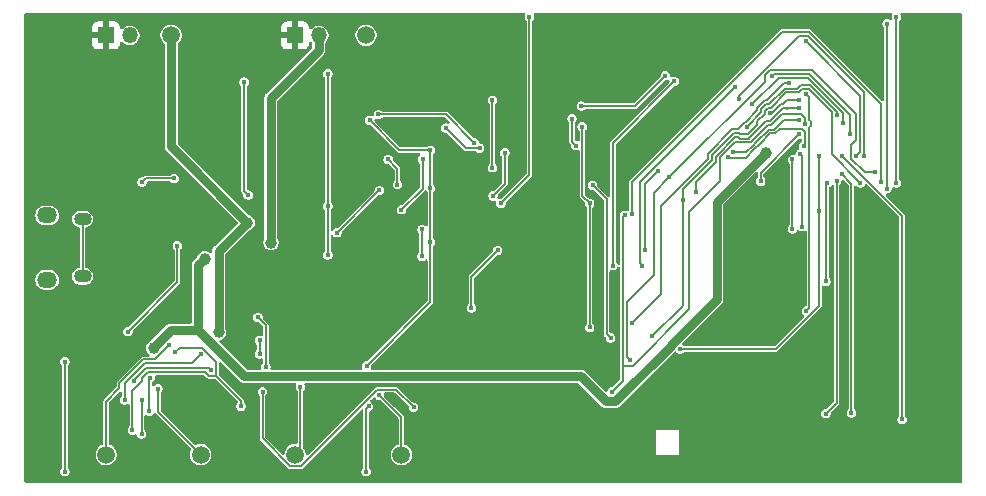
<source format=gbr>
%TF.GenerationSoftware,KiCad,Pcbnew,9.0.0*%
%TF.CreationDate,2025-03-04T10:40:36+01:00*%
%TF.ProjectId,mdbt_lora_board,6d646274-5f6c-46f7-9261-5f626f617264,v0.2*%
%TF.SameCoordinates,Original*%
%TF.FileFunction,Copper,L2,Bot*%
%TF.FilePolarity,Positive*%
%FSLAX46Y46*%
G04 Gerber Fmt 4.6, Leading zero omitted, Abs format (unit mm)*
G04 Created by KiCad (PCBNEW 9.0.0) date 2025-03-04 10:40:36*
%MOMM*%
%LPD*%
G01*
G04 APERTURE LIST*
%TA.AperFunction,ComponentPad*%
%ADD10R,1.350000X1.350000*%
%TD*%
%TA.AperFunction,ComponentPad*%
%ADD11O,1.350000X1.350000*%
%TD*%
%TA.AperFunction,ComponentPad*%
%ADD12C,1.500000*%
%TD*%
%TA.AperFunction,HeatsinkPad*%
%ADD13O,1.700000X1.350000*%
%TD*%
%TA.AperFunction,HeatsinkPad*%
%ADD14O,1.500000X1.100000*%
%TD*%
%TA.AperFunction,ViaPad*%
%ADD15C,0.450000*%
%TD*%
%TA.AperFunction,ViaPad*%
%ADD16C,1.000000*%
%TD*%
%TA.AperFunction,Conductor*%
%ADD17C,0.152400*%
%TD*%
%TA.AperFunction,Conductor*%
%ADD18C,0.800000*%
%TD*%
G04 APERTURE END LIST*
D10*
%TO.P,J2,1,Pin_1*%
%TO.N,GND*%
X107500000Y-62000000D03*
D11*
%TO.P,J2,2,Pin_2*%
%TO.N,+BATT*%
X109500000Y-62000000D03*
%TD*%
D12*
%TO.P,TP5,1,1*%
%TO.N,Net-(C14-Pad1)*%
X115500000Y-97500000D03*
%TD*%
D10*
%TO.P,J3,1,Pin_1*%
%TO.N,GND*%
X123500000Y-62000000D03*
D11*
%TO.P,J3,2,Pin_2*%
%TO.N,VDC*%
X125500000Y-62000000D03*
%TD*%
D12*
%TO.P,TP4,1,1*%
%TO.N,Net-(C12-Pad2)*%
X123500000Y-97500000D03*
%TD*%
%TO.P,TP1,1,1*%
%TO.N,+BATT*%
X113000000Y-62000000D03*
%TD*%
%TO.P,TP3,1,1*%
%TO.N,Net-(C11-Pad2)*%
X132500000Y-97500000D03*
%TD*%
D13*
%TO.P,J1,6,Shield*%
%TO.N,Net-(J1-Shield)*%
X102500000Y-77245000D03*
D14*
X105500000Y-77555000D03*
X105500000Y-82395000D03*
D13*
X102500000Y-82705000D03*
%TD*%
D12*
%TO.P,TP2,1,1*%
%TO.N,VDC*%
X129500000Y-62000000D03*
%TD*%
%TO.P,TP6,1,1*%
%TO.N,/Ampliflying and Filtering/ADC_SENS*%
X107500000Y-97500000D03*
%TD*%
D15*
%TO.N,GND*%
X106347500Y-69652500D03*
X110736800Y-80376400D03*
X163786800Y-78500000D03*
X163786800Y-74049400D03*
X106637200Y-77083000D03*
X106637200Y-81334800D03*
X107595700Y-92021100D03*
%TO.N,+3V3*%
X129546700Y-89958200D03*
X134957400Y-74960000D03*
X134957400Y-79501200D03*
X148443800Y-76225000D03*
X147806100Y-69743700D03*
X148443800Y-86730300D03*
X134957400Y-71719800D03*
X129799900Y-69184600D03*
%TO.N,/MDBT50Q-1MV2 (nRF52840)/ADC_VBAT*%
X166788500Y-66998900D03*
X166788500Y-85325000D03*
D16*
%TO.N,+BATT*%
X117017400Y-87137500D03*
X119463100Y-77846500D03*
D15*
%TO.N,Net-(J4-Pin_1)*%
X120737300Y-92168400D03*
X133534600Y-93500000D03*
%TO.N,Net-(C11-Pad2)*%
X130625400Y-92472300D03*
X111160900Y-93839100D03*
X111248600Y-90981600D03*
%TO.N,Net-(U4A--)*%
X116334600Y-90348900D03*
X109866400Y-91287700D03*
%TO.N,Net-(C12-Pad2)*%
X123941900Y-91779300D03*
%TO.N,Net-(C13-Pad1)*%
X129717300Y-93420500D03*
X129516300Y-98928300D03*
X104005800Y-89620800D03*
X104005800Y-98928300D03*
%TO.N,Net-(C14-Pad1)*%
X111893700Y-91930100D03*
%TO.N,Net-(C15-Pad2)*%
X115498400Y-88965300D03*
X109058800Y-92879100D03*
X120489000Y-88965300D03*
X120489000Y-87812800D03*
%TO.N,Net-(U4B-+)*%
X118923000Y-93405000D03*
X113332700Y-88842300D03*
X109721600Y-95434700D03*
%TO.N,XL2*%
X152882800Y-81500000D03*
X160736700Y-66353700D03*
%TO.N,XL1*%
X155611600Y-65898400D03*
X150400000Y-81500000D03*
D16*
%TO.N,VBUS*%
X163332500Y-71922200D03*
X115833800Y-80893400D03*
X111528800Y-88463400D03*
D15*
%TO.N,/MDBT50Q-1MV2 (nRF52840)/USB_N*%
X113517800Y-79810100D03*
X109329600Y-87079300D03*
X127046500Y-78710800D03*
X141255600Y-71944000D03*
X140247800Y-75584500D03*
X130636600Y-75120700D03*
%TO.N,/MDBT50Q-1MV2 (nRF52840)/USB_P*%
X154236500Y-73508400D03*
X134250600Y-80694200D03*
X134250600Y-78425500D03*
X153127300Y-80178600D03*
%TO.N,NRST*%
X156094400Y-88539400D03*
X140650200Y-80204700D03*
X167849900Y-76864400D03*
X138426200Y-85075000D03*
X167849900Y-72205700D03*
%TO.N,Net-(D4-K)*%
X126266800Y-80586600D03*
X126266800Y-76452700D03*
X126266800Y-65260500D03*
D16*
%TO.N,VDC*%
X121450400Y-79550000D03*
D15*
%TO.N,Net-(D6-K)*%
X119525100Y-75515300D03*
X119187200Y-65967800D03*
%TO.N,SWDIO*%
X173109900Y-74391600D03*
X152029900Y-77100000D03*
%TO.N,SWCLK*%
X174399900Y-60445400D03*
X174399900Y-74500200D03*
X140915300Y-76230000D03*
X143342100Y-60445400D03*
%TO.N,Net-(U5-+)*%
X121019700Y-90068800D03*
X120340200Y-85872000D03*
%TO.N,Net-(U4B--)*%
X110491700Y-92880500D03*
X110491700Y-95742500D03*
%TO.N,/MDBT50Q-1MV2 (nRF52840)/RFM_TX*%
X173607100Y-74971900D03*
X173607100Y-61022800D03*
%TO.N,/MDBT50Q-1MV2 (nRF52840)/RFM_RX*%
X166740900Y-62520000D03*
X171023900Y-72214600D03*
%TO.N,I2C_SCL*%
X172593500Y-73610200D03*
X155161900Y-74004300D03*
X151867900Y-89500000D03*
%TO.N,I2C_SDA*%
X153712700Y-87480000D03*
X140206700Y-67487000D03*
X156360700Y-75960000D03*
X171335800Y-74484700D03*
X140206700Y-73209400D03*
%TO.N,Net-(U9-32KHZ)*%
X148679800Y-74690000D03*
X150212700Y-87612000D03*
%TO.N,RTC_INT*%
X166709300Y-69465900D03*
X151410400Y-77230000D03*
X150339300Y-92160700D03*
%TO.N,Net-(U14-USBDP)*%
X131374700Y-72500000D03*
X132155700Y-74632600D03*
%TO.N,Net-(U14-USBDM)*%
X134292100Y-72500000D03*
X132500000Y-76767200D03*
%TO.N,/Ampliflying and Filtering/ADC_SENS*%
X152039100Y-86343100D03*
X165306200Y-66045400D03*
X112815100Y-88244300D03*
%TO.N,LDO_EN*%
X110538500Y-74414800D03*
X113261000Y-74111800D03*
%TO.N,/MDBT50Q-1MV2 (nRF52840)/RFM_IRQ0*%
X168427400Y-94018100D03*
X169357500Y-74295500D03*
%TO.N,/MDBT50Q-1MV2 (nRF52840)/RFM_IRQ1*%
X169817600Y-73777900D03*
X170595000Y-93977000D03*
%TO.N,/MDBT50Q-1MV2 (nRF52840)/RFM_CLK*%
X165608600Y-72509900D03*
X165608600Y-78394900D03*
%TO.N,/MDBT50Q-1MV2 (nRF52840)/RFM_RST*%
X168572700Y-74496000D03*
X168444000Y-82828300D03*
%TO.N,/MDBT50Q-1MV2 (nRF52840)/RFM_MOSI*%
X166400600Y-78197700D03*
X166273000Y-72054600D03*
%TO.N,/MDBT50Q-1MV2 (nRF52840)/RFM_IRQ2*%
X174890700Y-94516500D03*
X169839700Y-72204600D03*
%TO.N,QSPI_CS*%
X169404700Y-68741300D03*
X161786900Y-69752400D03*
%TO.N,QSPI_SIO0*%
X169871600Y-69448100D03*
X162211800Y-67812200D03*
%TO.N,QSPI_SCLK*%
X154846300Y-65420700D03*
X147727600Y-67984100D03*
X170481700Y-70369400D03*
X163888800Y-65420700D03*
%TO.N,QSPI_SIO3*%
X160155700Y-72312500D03*
X147249600Y-71329000D03*
X146937000Y-69046000D03*
X166568300Y-71398700D03*
%TO.N,QPSI_SIO1*%
X166184300Y-67454200D03*
X163703700Y-68579400D03*
%TO.N,QSPI_SIO2*%
X171678300Y-72215400D03*
X161056500Y-67349300D03*
%TO.N,ALERT_SHT31*%
X162918500Y-74340200D03*
X139121300Y-71545500D03*
X166184100Y-70351600D03*
X136264400Y-69844100D03*
%TO.N,UART_CTS*%
X138682400Y-71076900D03*
X166158900Y-69151900D03*
X160568300Y-71870500D03*
X130556600Y-68690000D03*
%TO.N,UART_RTS*%
X157416000Y-75250000D03*
X166201500Y-68176500D03*
%TD*%
D17*
%TO.N,Net-(J1-Shield)*%
X105500000Y-82395000D02*
X105500000Y-77555000D01*
%TO.N,GND*%
X107500000Y-62000000D02*
X107500000Y-68500000D01*
X163786800Y-78500000D02*
X163786800Y-74049400D01*
X106637200Y-80376400D02*
X106637200Y-81334800D01*
X107500000Y-68500000D02*
X106347500Y-69652500D01*
X106637200Y-69942200D02*
X106637200Y-77083000D01*
X106637200Y-77083000D02*
X106637200Y-80376400D01*
X106637200Y-81334800D02*
X107595700Y-82293300D01*
X106637200Y-80376400D02*
X110736800Y-80376400D01*
X107595700Y-82293300D02*
X107595700Y-92021100D01*
X106347500Y-69652500D02*
X106637200Y-69942200D01*
%TO.N,+3V3*%
X134957400Y-71719800D02*
X132335100Y-71719800D01*
X132335100Y-71719800D02*
X129799900Y-69184600D01*
X134957400Y-79501200D02*
X134957400Y-84547500D01*
X148443800Y-76225000D02*
X148443800Y-86730300D01*
X148443800Y-76225000D02*
X147806100Y-75587300D01*
X134957400Y-84547500D02*
X129546700Y-89958200D01*
X134957400Y-71719800D02*
X134957400Y-74960000D01*
X147806100Y-75587300D02*
X147806100Y-69743700D01*
X134957400Y-74960000D02*
X134957400Y-79501200D01*
%TO.N,/MDBT50Q-1MV2 (nRF52840)/ADC_VBAT*%
X167040200Y-67250600D02*
X166788500Y-66998900D01*
X167164600Y-69654500D02*
X167164600Y-69277300D01*
X167040200Y-85073300D02*
X167040200Y-69778900D01*
X166788500Y-85325000D02*
X167040200Y-85073300D01*
X167040200Y-69778900D02*
X167164600Y-69654500D01*
X167040200Y-69152900D02*
X167040200Y-67250600D01*
X167164600Y-69277300D02*
X167040200Y-69152900D01*
D18*
%TO.N,+BATT*%
X113000000Y-62000000D02*
X113000000Y-71383400D01*
X113000000Y-71383400D02*
X119463100Y-77846500D01*
X117017400Y-80292200D02*
X117017400Y-87137500D01*
X119463100Y-77846500D02*
X117017400Y-80292200D01*
D17*
%TO.N,Net-(J4-Pin_1)*%
X123955400Y-98486100D02*
X130448300Y-91993200D01*
X123093900Y-98486100D02*
X123955400Y-98486100D01*
X120737300Y-96129500D02*
X123093900Y-98486100D01*
X130448300Y-91993200D02*
X132027800Y-91993200D01*
X120737300Y-92168400D02*
X120737300Y-96129500D01*
X132027800Y-91993200D02*
X133534600Y-93500000D01*
%TO.N,Net-(C11-Pad2)*%
X132500000Y-94346900D02*
X130625400Y-92472300D01*
X111160900Y-93839100D02*
X111160900Y-91069300D01*
X111160900Y-91069300D02*
X111248600Y-90981600D01*
X132500000Y-97500000D02*
X132500000Y-94346900D01*
%TO.N,Net-(U4A--)*%
X110846900Y-90197400D02*
X116183100Y-90197400D01*
X116183100Y-90197400D02*
X116334600Y-90348900D01*
X109866400Y-91287700D02*
X109866400Y-91177900D01*
X109866400Y-91177900D02*
X110846900Y-90197400D01*
%TO.N,Net-(C12-Pad2)*%
X123941900Y-97058100D02*
X123941900Y-91779300D01*
X123500000Y-97500000D02*
X123941900Y-97058100D01*
%TO.N,Net-(C13-Pad1)*%
X104005800Y-89620800D02*
X104005800Y-98928300D01*
X129516300Y-98928300D02*
X129516300Y-93621500D01*
X129516300Y-93621500D02*
X129717300Y-93420500D01*
%TO.N,Net-(C14-Pad1)*%
X111893700Y-91930100D02*
X111893700Y-93893700D01*
X111893700Y-93893700D02*
X115500000Y-97500000D01*
%TO.N,Net-(C15-Pad2)*%
X109058800Y-92879100D02*
X109058800Y-91442100D01*
X114727100Y-89736600D02*
X115498400Y-88965300D01*
X109058800Y-91442100D02*
X110764300Y-89736600D01*
X120489000Y-88965300D02*
X120489000Y-87812800D01*
X110764300Y-89736600D02*
X114727100Y-89736600D01*
%TO.N,Net-(U4B-+)*%
X110539600Y-91258400D02*
X110539600Y-91036900D01*
X113332700Y-88842300D02*
X113723900Y-88451100D01*
X116810100Y-89623000D02*
X116810100Y-90827200D01*
X115850400Y-90508500D02*
X116169100Y-90827200D01*
X111068000Y-90508500D02*
X115850400Y-90508500D01*
X109721600Y-95434700D02*
X109721600Y-92076400D01*
X113723900Y-88451100D02*
X115638200Y-88451100D01*
X109721600Y-92076400D02*
X110539600Y-91258400D01*
X110539600Y-91036900D02*
X111068000Y-90508500D01*
X118923000Y-92940100D02*
X118923000Y-93405000D01*
X116810100Y-90827200D02*
X118923000Y-92940100D01*
X115638200Y-88451100D02*
X116810100Y-89623000D01*
X116169100Y-90827200D02*
X116810100Y-90827200D01*
%TO.N,XL2*%
X160736700Y-66353700D02*
X152672000Y-74418400D01*
X152672000Y-81289200D02*
X152882800Y-81500000D01*
X152672000Y-74418400D02*
X152672000Y-81289200D01*
%TO.N,XL1*%
X150400000Y-81500000D02*
X150400000Y-71110000D01*
X150400000Y-71110000D02*
X155611600Y-65898400D01*
D18*
%TO.N,VBUS*%
X163332500Y-71922200D02*
X159177000Y-76077700D01*
X111528800Y-88416100D02*
X111528800Y-88463400D01*
X119188200Y-90858000D02*
X115289400Y-86959200D01*
X115833800Y-80893400D02*
X115289400Y-81437800D01*
X149802900Y-92985800D02*
X147675100Y-90858000D01*
X112985700Y-86959200D02*
X111528800Y-88416100D01*
X115289400Y-86959200D02*
X112985700Y-86959200D01*
X150622800Y-92985800D02*
X149802900Y-92985800D01*
X147675100Y-90858000D02*
X119188200Y-90858000D01*
X115289400Y-81437800D02*
X115289400Y-86959200D01*
X159177000Y-84355100D02*
X155315300Y-88216800D01*
X155315300Y-88216800D02*
X155315300Y-88293300D01*
X155315300Y-88293300D02*
X150622800Y-92985800D01*
X159177000Y-76077700D02*
X159177000Y-84355100D01*
D17*
%TO.N,/MDBT50Q-1MV2 (nRF52840)/USB_N*%
X113517800Y-82891100D02*
X109329600Y-87079300D01*
X130636600Y-75120700D02*
X127046500Y-78710800D01*
X113517800Y-79810100D02*
X113517800Y-82891100D01*
X140247800Y-75584500D02*
X141255600Y-74576700D01*
X141255600Y-74576700D02*
X141255600Y-71944000D01*
%TO.N,/MDBT50Q-1MV2 (nRF52840)/USB_P*%
X153127300Y-80178600D02*
X153127300Y-74617600D01*
X134250600Y-78425500D02*
X134250600Y-80694200D01*
X153127300Y-74617600D02*
X154236500Y-73508400D01*
%TO.N,NRST*%
X138426200Y-82428700D02*
X138426200Y-85075000D01*
X140650200Y-80204700D02*
X138426200Y-82428700D01*
X164219200Y-88539400D02*
X156094400Y-88539400D01*
X167849900Y-72205700D02*
X167849900Y-76864400D01*
X167849900Y-76864400D02*
X167849900Y-84908700D01*
X167849900Y-84908700D02*
X164219200Y-88539400D01*
%TO.N,Net-(D4-K)*%
X126266800Y-76452700D02*
X126266800Y-80586600D01*
X126266800Y-65260500D02*
X126266800Y-76452700D01*
D18*
%TO.N,VDC*%
X125500000Y-63229100D02*
X121450400Y-67278700D01*
X121450400Y-67278700D02*
X121450400Y-79550000D01*
X125500000Y-62000000D02*
X125500000Y-63229100D01*
D17*
%TO.N,Net-(D6-K)*%
X119187200Y-65967800D02*
X119187200Y-75177400D01*
X119187200Y-75177400D02*
X119525100Y-75515300D01*
%TO.N,SWDIO*%
X167022800Y-61699700D02*
X173109900Y-67786800D01*
X173109900Y-67786800D02*
X173109900Y-74391600D01*
X152029900Y-77100000D02*
X152029900Y-74415100D01*
X164745300Y-61699700D02*
X167022800Y-61699700D01*
X152029900Y-74415100D02*
X164745300Y-61699700D01*
%TO.N,SWCLK*%
X174399900Y-74500200D02*
X174399900Y-60445400D01*
X143342100Y-73803200D02*
X140915300Y-76230000D01*
X143342100Y-60445400D02*
X143342100Y-73803200D01*
%TO.N,Net-(U5-+)*%
X120340200Y-85872000D02*
X121019700Y-86551500D01*
X121019700Y-86551500D02*
X121019700Y-90068800D01*
%TO.N,Net-(U4B--)*%
X110491700Y-92880500D02*
X110491700Y-95742500D01*
%TO.N,/MDBT50Q-1MV2 (nRF52840)/RFM_TX*%
X173607100Y-61022800D02*
X173607100Y-74971900D01*
%TO.N,/MDBT50Q-1MV2 (nRF52840)/RFM_RX*%
X171329100Y-71909400D02*
X171329100Y-67108200D01*
X171329100Y-67108200D02*
X166740900Y-62520000D01*
X171023900Y-72214600D02*
X171329100Y-71909400D01*
%TO.N,I2C_SCL*%
X155161900Y-74004300D02*
X153841300Y-75324900D01*
X151562800Y-89194900D02*
X151867900Y-89500000D01*
X170564300Y-71260400D02*
X170946400Y-70878300D01*
X170946400Y-70878300D02*
X170946400Y-68648300D01*
X170564300Y-72448600D02*
X170564300Y-71260400D01*
X171725900Y-73610200D02*
X170564300Y-72448600D01*
X170946400Y-68648300D02*
X167256100Y-64958000D01*
X151562800Y-84577400D02*
X151562800Y-89194900D01*
X163251900Y-65914300D02*
X155161900Y-74004300D01*
X153841300Y-82298900D02*
X151562800Y-84577400D01*
X163251900Y-65369400D02*
X163251900Y-65914300D01*
X153841300Y-75324900D02*
X153841300Y-82298900D01*
X172593500Y-73610200D02*
X171725900Y-73610200D01*
X167256100Y-64958000D02*
X163663300Y-64958000D01*
X163663300Y-64958000D02*
X163251900Y-65369400D01*
%TO.N,I2C_SDA*%
X168927900Y-68494100D02*
X166977400Y-66543600D01*
X163515200Y-68124100D02*
X163248400Y-68390900D01*
X163248400Y-68390900D02*
X163248400Y-68650700D01*
X162627900Y-69555600D02*
X161860200Y-70323300D01*
X161205100Y-70323300D02*
X161158700Y-70276900D01*
X156219300Y-84965900D02*
X156219300Y-84973400D01*
X166135000Y-66807200D02*
X165091900Y-66807200D01*
X158788500Y-72139100D02*
X158788500Y-72572600D01*
X156360700Y-75960000D02*
X156360700Y-84824500D01*
X165091900Y-66807200D02*
X163775000Y-68124100D01*
X156219300Y-84973400D02*
X153712700Y-87480000D01*
X156360700Y-75000400D02*
X156360700Y-75960000D01*
X163775000Y-68124100D02*
X163515200Y-68124100D01*
X166398600Y-66543600D02*
X166135000Y-66807200D01*
X161860200Y-70323300D02*
X161205100Y-70323300D01*
X162627900Y-69271200D02*
X162627900Y-69555600D01*
X161158700Y-70276900D02*
X160650700Y-70276900D01*
X160650700Y-70276900D02*
X158788500Y-72139100D01*
X166977400Y-66543600D02*
X166398600Y-66543600D01*
X158788500Y-72572600D02*
X156360700Y-75000400D01*
X171335800Y-74484700D02*
X168927900Y-72076800D01*
X156360700Y-84824500D02*
X156219300Y-84965900D01*
X140206700Y-67487000D02*
X140206700Y-73209400D01*
X168927900Y-72076800D02*
X168927900Y-68494100D01*
X163248400Y-68650700D02*
X162627900Y-69271200D01*
%TO.N,Net-(U9-32KHZ)*%
X149885900Y-75896100D02*
X148679800Y-74690000D01*
X150212700Y-87612000D02*
X149885900Y-87285200D01*
X149885900Y-87285200D02*
X149885900Y-75896100D01*
%TO.N,RTC_INT*%
X152097300Y-89966000D02*
X151238000Y-89966000D01*
X166368000Y-68664200D02*
X164696600Y-68664200D01*
X166709300Y-69465900D02*
X166709300Y-69005500D01*
X166709300Y-69005500D02*
X166368000Y-68664200D01*
X151410400Y-77230000D02*
X151238000Y-77402400D01*
X159509400Y-72285200D02*
X159509400Y-74327300D01*
X156888400Y-76948300D02*
X156888400Y-85174900D01*
X160752200Y-71042400D02*
X159509400Y-72285200D01*
X156888400Y-85174900D02*
X152097300Y-89966000D01*
X164696600Y-68664200D02*
X163797800Y-69563000D01*
X151238000Y-89966000D02*
X151238000Y-91262000D01*
X162071100Y-71042400D02*
X160752200Y-71042400D01*
X159509400Y-74327300D02*
X156888400Y-76948300D01*
X163550500Y-69563000D02*
X162071100Y-71042400D01*
X163797800Y-69563000D02*
X163550500Y-69563000D01*
X151238000Y-77402400D02*
X151238000Y-89966000D01*
X151238000Y-91262000D02*
X150339300Y-92160700D01*
%TO.N,Net-(U14-USBDP)*%
X132155700Y-73281000D02*
X131374700Y-72500000D01*
X132155700Y-74632600D02*
X132155700Y-73281000D01*
%TO.N,Net-(U14-USBDM)*%
X132500000Y-76767200D02*
X134292100Y-74975100D01*
X134292100Y-74975100D02*
X134292100Y-72500000D01*
%TO.N,/Ampliflying and Filtering/ADC_SENS*%
X111629400Y-89430000D02*
X110637400Y-89430000D01*
X164882200Y-66045400D02*
X163416500Y-67511100D01*
X110637400Y-89430000D02*
X108628600Y-91438800D01*
X112815100Y-88244300D02*
X111629400Y-89430000D01*
X158482000Y-72445600D02*
X154452800Y-76474800D01*
X158482000Y-72012100D02*
X158482000Y-72445600D01*
X165306200Y-66045400D02*
X164882200Y-66045400D01*
X160523700Y-69970400D02*
X158482000Y-72012100D01*
X163261200Y-67511100D02*
X162635400Y-68136900D01*
X162635400Y-68136900D02*
X162635400Y-68292200D01*
X154452800Y-76474800D02*
X154452800Y-83929400D01*
X162635400Y-68292200D02*
X161630500Y-69297100D01*
X163416500Y-67511100D02*
X163261200Y-67511100D01*
X160957200Y-69970400D02*
X160523700Y-69970400D01*
X108628600Y-91872300D02*
X107500000Y-93000900D01*
X107500000Y-93000900D02*
X107500000Y-97500000D01*
X161630500Y-69297100D02*
X161598400Y-69297100D01*
X161331600Y-69596000D02*
X160957200Y-69970400D01*
X161331600Y-69563900D02*
X161331600Y-69596000D01*
X161598400Y-69297100D02*
X161331600Y-69563900D01*
X108628600Y-91438800D02*
X108628600Y-91872300D01*
X154452800Y-83929400D02*
X152039100Y-86343100D01*
%TO.N,LDO_EN*%
X113261000Y-74111800D02*
X110841500Y-74111800D01*
X110841500Y-74111800D02*
X110538500Y-74414800D01*
%TO.N,/MDBT50Q-1MV2 (nRF52840)/RFM_IRQ0*%
X169357500Y-93088000D02*
X169357500Y-74295500D01*
X168427400Y-94018100D02*
X169357500Y-93088000D01*
%TO.N,/MDBT50Q-1MV2 (nRF52840)/RFM_IRQ1*%
X170595000Y-74555300D02*
X169817600Y-73777900D01*
X170595000Y-93977000D02*
X170595000Y-74555300D01*
%TO.N,/MDBT50Q-1MV2 (nRF52840)/RFM_CLK*%
X165608600Y-78394900D02*
X165608600Y-72509900D01*
%TO.N,/MDBT50Q-1MV2 (nRF52840)/RFM_RST*%
X168444000Y-74624700D02*
X168572700Y-74496000D01*
X168444000Y-82828300D02*
X168444000Y-74624700D01*
%TO.N,/MDBT50Q-1MV2 (nRF52840)/RFM_MOSI*%
X166400600Y-72182200D02*
X166400600Y-78197700D01*
X166273000Y-72054600D02*
X166400600Y-72182200D01*
%TO.N,/MDBT50Q-1MV2 (nRF52840)/RFM_IRQ2*%
X174890700Y-77255600D02*
X174890700Y-94516500D01*
X169839700Y-72204600D02*
X174890700Y-77255600D01*
%TO.N,QSPI_CS*%
X169404700Y-68741300D02*
X169404700Y-68505500D01*
X161805000Y-69770500D02*
X161786900Y-69752400D01*
X163388200Y-67817600D02*
X162941900Y-68263900D01*
X164948400Y-66500700D02*
X163631500Y-67817600D01*
X163631500Y-67817600D02*
X163388200Y-67817600D01*
X166008000Y-66500700D02*
X164948400Y-66500700D01*
X161805000Y-69644100D02*
X161805000Y-69770500D01*
X167098000Y-66198800D02*
X166309900Y-66198800D01*
X169404700Y-68505500D02*
X167098000Y-66198800D01*
X162941900Y-68263900D02*
X162941900Y-68507200D01*
X166309900Y-66198800D02*
X166008000Y-66500700D01*
X162941900Y-68507200D02*
X161805000Y-69644100D01*
%TO.N,QSPI_SIO0*%
X166918400Y-65585700D02*
X164438300Y-65585700D01*
X164438300Y-65585700D02*
X162211800Y-67812200D01*
X169871600Y-68538900D02*
X166918400Y-65585700D01*
X169871600Y-69448100D02*
X169871600Y-68538900D01*
%TO.N,QSPI_SCLK*%
X170481700Y-68715500D02*
X167045400Y-65279200D01*
X152282900Y-67984100D02*
X154846300Y-65420700D01*
X170481700Y-70369400D02*
X170481700Y-68715500D01*
X164030300Y-65279200D02*
X163888800Y-65420700D01*
X147727600Y-67984100D02*
X152282900Y-67984100D01*
X167045400Y-65279200D02*
X164030300Y-65279200D01*
%TO.N,QSPI_SIO3*%
X166641800Y-70142100D02*
X166641800Y-71325200D01*
X162356600Y-71655400D02*
X162836600Y-71175400D01*
X162836600Y-71175400D02*
X162836600Y-71173200D01*
X160155700Y-72312500D02*
X160187600Y-72344400D01*
X164159400Y-70283900D02*
X164547100Y-69896200D01*
X146937000Y-69046000D02*
X146937000Y-71016400D01*
X163725900Y-70283900D02*
X164159400Y-70283900D01*
X161665400Y-72344400D02*
X162354400Y-71655400D01*
X160187600Y-72344400D02*
X161665400Y-72344400D01*
X166395900Y-69896200D02*
X166641800Y-70142100D01*
X146937000Y-71016400D02*
X147249600Y-71329000D01*
X162836600Y-71173200D02*
X163725900Y-70283900D01*
X164547100Y-69896200D02*
X166395900Y-69896200D01*
X166641800Y-71325200D02*
X166568300Y-71398700D01*
X162354400Y-71655400D02*
X162356600Y-71655400D01*
%TO.N,QPSI_SIO1*%
X165154100Y-67454200D02*
X164773800Y-67834500D01*
X164773800Y-67834500D02*
X164659300Y-67834500D01*
X164659300Y-67834500D02*
X163809100Y-68684700D01*
X166184300Y-67454200D02*
X165154100Y-67454200D01*
X163809100Y-68684700D02*
X163703700Y-68579400D01*
%TO.N,QSPI_SIO2*%
X171678300Y-66788700D02*
X166946600Y-62057000D01*
X161056500Y-67119500D02*
X161056500Y-67349300D01*
X171678300Y-72215400D02*
X171678300Y-66788700D01*
X166946600Y-62057000D02*
X166119000Y-62057000D01*
X166119000Y-62057000D02*
X161056500Y-67119500D01*
%TO.N,ALERT_SHT31*%
X136264400Y-69844100D02*
X137965800Y-71545500D01*
X162918500Y-73617200D02*
X162918500Y-74340200D01*
X166184100Y-70351600D02*
X162918500Y-73617200D01*
X137965800Y-71545500D02*
X139121300Y-71545500D01*
%TO.N,UART_CTS*%
X161705800Y-71870500D02*
X162227400Y-71348900D01*
X162530100Y-71048400D02*
X162530100Y-71046200D01*
X162229600Y-71348900D02*
X162530100Y-71048400D01*
X136295500Y-68690000D02*
X138682400Y-71076900D01*
X160568300Y-71870500D02*
X161705800Y-71870500D01*
X162530100Y-71046200D02*
X163598900Y-69977400D01*
X164857800Y-69151900D02*
X166158900Y-69151900D01*
X130556600Y-68690000D02*
X136295500Y-68690000D01*
X163598900Y-69977400D02*
X164032300Y-69977400D01*
X164032300Y-69977400D02*
X164857800Y-69151900D01*
X162227400Y-71348900D02*
X162229600Y-71348900D01*
%TO.N,UART_RTS*%
X161031700Y-70583400D02*
X160777700Y-70583400D01*
X163670800Y-69256500D02*
X163360500Y-69256500D01*
X165040300Y-68141000D02*
X164786300Y-68141000D01*
X165184300Y-68176500D02*
X165130100Y-68230700D01*
X160777700Y-70583400D02*
X159095000Y-72266100D01*
X163360500Y-69256500D02*
X161917100Y-70699900D01*
X166201500Y-68176500D02*
X165184300Y-68176500D01*
X159095000Y-72699600D02*
X157416000Y-74378600D01*
X157416000Y-74378600D02*
X157416000Y-75250000D01*
X161184200Y-70735900D02*
X161031700Y-70583400D01*
X165130100Y-68230700D02*
X165040300Y-68141000D01*
X159095000Y-72266100D02*
X159095000Y-72699600D01*
X161917100Y-70699900D02*
X161917100Y-70735900D01*
X164786300Y-68141000D02*
X163670800Y-69256500D01*
X161917100Y-70735900D02*
X161184200Y-70735900D01*
%TD*%
%TA.AperFunction,Conductor*%
%TO.N,GND*%
G36*
X142945469Y-60095185D02*
G01*
X142991224Y-60147989D01*
X143001168Y-60217147D01*
X142985817Y-60261500D01*
X142968894Y-60290810D01*
X142968893Y-60290813D01*
X142941600Y-60392673D01*
X142941600Y-60498126D01*
X142968893Y-60599986D01*
X142968894Y-60599989D01*
X143021621Y-60691314D01*
X143076681Y-60746374D01*
X143110166Y-60807697D01*
X143113000Y-60834055D01*
X143113000Y-73656940D01*
X143093315Y-73723979D01*
X143076681Y-73744621D01*
X141028121Y-75793181D01*
X141008196Y-75804060D01*
X140990901Y-75818768D01*
X140975112Y-75822125D01*
X140966798Y-75826666D01*
X140956946Y-75828397D01*
X140948734Y-75829500D01*
X140862573Y-75829500D01*
X140775980Y-75852702D01*
X140768089Y-75853762D01*
X140741109Y-75849626D01*
X140713826Y-75848977D01*
X140707078Y-75844410D01*
X140699026Y-75843176D01*
X140678568Y-75825113D01*
X140655963Y-75809814D01*
X140652755Y-75802323D01*
X140646649Y-75796932D01*
X140639203Y-75770673D01*
X140628460Y-75745585D01*
X140629190Y-75735365D01*
X140627588Y-75729713D01*
X140630213Y-75721070D01*
X140631807Y-75698779D01*
X140648300Y-75637227D01*
X140648300Y-75559358D01*
X140667985Y-75492319D01*
X140684619Y-75471677D01*
X141065797Y-75090499D01*
X141449821Y-74706475D01*
X141458685Y-74685075D01*
X141484700Y-74622271D01*
X141484700Y-72332655D01*
X141504385Y-72265616D01*
X141521019Y-72244974D01*
X141534529Y-72231464D01*
X141576080Y-72189913D01*
X141628807Y-72098587D01*
X141656100Y-71996727D01*
X141656100Y-71891273D01*
X141628807Y-71789413D01*
X141576080Y-71698087D01*
X141501513Y-71623520D01*
X141410187Y-71570793D01*
X141308327Y-71543500D01*
X141202873Y-71543500D01*
X141101013Y-71570793D01*
X141101010Y-71570794D01*
X141009685Y-71623521D01*
X140935121Y-71698085D01*
X140882394Y-71789410D01*
X140882393Y-71789413D01*
X140855100Y-71891273D01*
X140855100Y-71996727D01*
X140882393Y-72098587D01*
X140934835Y-72189420D01*
X140935121Y-72189914D01*
X140990181Y-72244974D01*
X141023666Y-72306297D01*
X141026500Y-72332655D01*
X141026500Y-74430440D01*
X141006815Y-74497479D01*
X140990181Y-74518121D01*
X140360621Y-75147681D01*
X140299298Y-75181166D01*
X140272940Y-75184000D01*
X140195073Y-75184000D01*
X140093213Y-75211293D01*
X140093210Y-75211294D01*
X140001885Y-75264021D01*
X139927321Y-75338585D01*
X139874594Y-75429910D01*
X139874593Y-75429913D01*
X139847300Y-75531773D01*
X139847300Y-75637227D01*
X139874593Y-75739087D01*
X139927320Y-75830413D01*
X140001887Y-75904980D01*
X140093213Y-75957707D01*
X140195073Y-75985000D01*
X140195075Y-75985000D01*
X140300524Y-75985000D01*
X140300527Y-75985000D01*
X140379426Y-75963859D01*
X140449272Y-75965522D01*
X140507134Y-76004684D01*
X140534639Y-76068912D01*
X140531290Y-76115727D01*
X140514800Y-76177273D01*
X140514800Y-76282727D01*
X140540754Y-76379587D01*
X140542093Y-76384586D01*
X140542094Y-76384589D01*
X140547524Y-76393994D01*
X140594820Y-76475913D01*
X140669387Y-76550480D01*
X140760713Y-76603207D01*
X140862573Y-76630500D01*
X140862575Y-76630500D01*
X140968025Y-76630500D01*
X140968027Y-76630500D01*
X141069887Y-76603207D01*
X141161213Y-76550480D01*
X141235780Y-76475913D01*
X141288507Y-76384587D01*
X141315800Y-76282727D01*
X141315800Y-76204858D01*
X141335485Y-76137819D01*
X141352119Y-76117177D01*
X142436197Y-75033099D01*
X143536321Y-73932975D01*
X143540746Y-73922293D01*
X143571200Y-73848771D01*
X143571200Y-68993273D01*
X146536500Y-68993273D01*
X146536500Y-69098727D01*
X146549576Y-69147525D01*
X146563793Y-69200586D01*
X146563794Y-69200589D01*
X146616521Y-69291914D01*
X146671581Y-69346974D01*
X146705066Y-69408297D01*
X146707900Y-69434655D01*
X146707900Y-71061971D01*
X146708919Y-71064430D01*
X146742778Y-71146175D01*
X146821028Y-71224425D01*
X146827590Y-71234060D01*
X146834886Y-71256661D01*
X146846266Y-71277501D01*
X146848588Y-71299103D01*
X146849056Y-71300551D01*
X146848834Y-71301387D01*
X146849100Y-71303859D01*
X146849100Y-71381727D01*
X146874549Y-71476703D01*
X146876393Y-71483586D01*
X146876394Y-71483589D01*
X146889331Y-71505997D01*
X146929120Y-71574913D01*
X147003687Y-71649480D01*
X147095013Y-71702207D01*
X147196873Y-71729500D01*
X147196875Y-71729500D01*
X147302325Y-71729500D01*
X147302327Y-71729500D01*
X147404187Y-71702207D01*
X147404197Y-71702201D01*
X147405544Y-71701644D01*
X147406784Y-71701510D01*
X147412038Y-71700103D01*
X147412257Y-71700922D01*
X147475013Y-71694173D01*
X147537493Y-71725446D01*
X147573147Y-71785534D01*
X147577000Y-71816204D01*
X147577000Y-75632871D01*
X147579754Y-75639520D01*
X147592332Y-75669886D01*
X147611877Y-75717074D01*
X148006981Y-76112178D01*
X148040466Y-76173501D01*
X148043300Y-76199859D01*
X148043300Y-76277727D01*
X148070593Y-76379587D01*
X148110618Y-76448913D01*
X148123321Y-76470914D01*
X148178381Y-76525974D01*
X148211866Y-76587297D01*
X148214700Y-76613655D01*
X148214700Y-86341645D01*
X148195015Y-86408684D01*
X148178381Y-86429326D01*
X148123321Y-86484385D01*
X148070594Y-86575710D01*
X148070593Y-86575713D01*
X148043300Y-86677573D01*
X148043300Y-86783027D01*
X148070593Y-86884887D01*
X148123320Y-86976213D01*
X148197887Y-87050780D01*
X148289213Y-87103507D01*
X148391073Y-87130800D01*
X148391075Y-87130800D01*
X148496525Y-87130800D01*
X148496527Y-87130800D01*
X148598387Y-87103507D01*
X148689713Y-87050780D01*
X148764280Y-86976213D01*
X148817007Y-86884887D01*
X148844300Y-86783027D01*
X148844300Y-86677573D01*
X148817007Y-86575713D01*
X148764280Y-86484387D01*
X148709219Y-86429326D01*
X148675734Y-86368003D01*
X148672900Y-86341645D01*
X148672900Y-76613655D01*
X148692585Y-76546616D01*
X148709219Y-76525974D01*
X148729768Y-76505425D01*
X148764280Y-76470913D01*
X148817007Y-76379587D01*
X148844300Y-76277727D01*
X148844300Y-76172273D01*
X148817007Y-76070413D01*
X148764280Y-75979087D01*
X148689713Y-75904520D01*
X148607047Y-75856793D01*
X148598389Y-75851794D01*
X148598388Y-75851793D01*
X148598387Y-75851793D01*
X148496527Y-75824500D01*
X148418659Y-75824500D01*
X148351620Y-75804815D01*
X148330978Y-75788181D01*
X148071519Y-75528722D01*
X148038034Y-75467399D01*
X148035200Y-75441041D01*
X148035200Y-70132355D01*
X148054885Y-70065316D01*
X148071519Y-70044674D01*
X148076980Y-70039213D01*
X148126580Y-69989613D01*
X148179307Y-69898287D01*
X148206600Y-69796427D01*
X148206600Y-69690973D01*
X148179307Y-69589113D01*
X148126580Y-69497787D01*
X148052013Y-69423220D01*
X147960687Y-69370493D01*
X147858827Y-69343200D01*
X147753373Y-69343200D01*
X147651513Y-69370493D01*
X147651510Y-69370494D01*
X147560185Y-69423221D01*
X147485621Y-69497785D01*
X147432894Y-69589110D01*
X147432893Y-69589113D01*
X147405600Y-69690973D01*
X147405600Y-69796427D01*
X147425428Y-69870426D01*
X147432893Y-69898286D01*
X147432894Y-69898289D01*
X147485621Y-69989614D01*
X147540681Y-70044674D01*
X147574166Y-70105997D01*
X147577000Y-70132355D01*
X147577000Y-70841795D01*
X147557315Y-70908834D01*
X147504511Y-70954589D01*
X147435353Y-70964533D01*
X147405555Y-70956359D01*
X147404193Y-70955795D01*
X147404188Y-70955793D01*
X147404187Y-70955793D01*
X147302327Y-70928500D01*
X147290100Y-70928500D01*
X147223061Y-70908815D01*
X147177306Y-70856011D01*
X147166100Y-70804500D01*
X147166100Y-69434655D01*
X147185785Y-69367616D01*
X147202419Y-69346974D01*
X147226796Y-69322597D01*
X147257480Y-69291913D01*
X147310207Y-69200587D01*
X147337500Y-69098727D01*
X147337500Y-68993273D01*
X147310207Y-68891413D01*
X147257480Y-68800087D01*
X147182913Y-68725520D01*
X147091587Y-68672793D01*
X146989727Y-68645500D01*
X146884273Y-68645500D01*
X146782413Y-68672793D01*
X146782410Y-68672794D01*
X146691085Y-68725521D01*
X146616521Y-68800085D01*
X146563794Y-68891410D01*
X146563793Y-68891413D01*
X146536500Y-68993273D01*
X143571200Y-68993273D01*
X143571200Y-60834055D01*
X143590885Y-60767016D01*
X143607519Y-60746374D01*
X143662580Y-60691313D01*
X143715307Y-60599987D01*
X143742600Y-60498127D01*
X143742600Y-60392673D01*
X143715307Y-60290813D01*
X143698382Y-60261499D01*
X143681910Y-60193600D01*
X143704762Y-60127573D01*
X143759683Y-60084383D01*
X143805770Y-60075500D01*
X173936230Y-60075500D01*
X174003269Y-60095185D01*
X174049024Y-60147989D01*
X174058968Y-60217147D01*
X174043617Y-60261500D01*
X174026694Y-60290810D01*
X174026693Y-60290813D01*
X173999400Y-60392673D01*
X173999400Y-60498126D01*
X174013437Y-60550513D01*
X174011774Y-60620363D01*
X173972611Y-60678225D01*
X173908383Y-60705729D01*
X173839481Y-60694142D01*
X173831662Y-60689993D01*
X173761689Y-60649594D01*
X173761688Y-60649593D01*
X173761687Y-60649593D01*
X173659827Y-60622300D01*
X173554373Y-60622300D01*
X173452513Y-60649593D01*
X173452510Y-60649594D01*
X173361185Y-60702321D01*
X173286621Y-60776885D01*
X173233894Y-60868210D01*
X173233893Y-60868213D01*
X173206600Y-60970073D01*
X173206600Y-61075527D01*
X173233893Y-61177387D01*
X173285241Y-61266325D01*
X173286621Y-61268714D01*
X173341681Y-61323774D01*
X173375166Y-61385097D01*
X173378000Y-61411455D01*
X173378000Y-67431541D01*
X173358315Y-67498580D01*
X173305511Y-67544335D01*
X173236353Y-67554279D01*
X173172797Y-67525254D01*
X173166319Y-67519222D01*
X167152575Y-61505478D01*
X167152573Y-61505477D01*
X167093033Y-61480815D01*
X167093032Y-61480814D01*
X167068371Y-61470600D01*
X164699729Y-61470600D01*
X164699728Y-61470600D01*
X164675068Y-61480812D01*
X164675069Y-61480813D01*
X164615526Y-61505477D01*
X164615523Y-61505479D01*
X151835680Y-74285322D01*
X151835675Y-74285330D01*
X151813921Y-74337851D01*
X151813921Y-74337853D01*
X151800800Y-74369528D01*
X151800800Y-76711344D01*
X151792153Y-76740789D01*
X151785631Y-76770772D01*
X151781877Y-76775785D01*
X151781115Y-76778383D01*
X151764480Y-76799026D01*
X151722116Y-76841389D01*
X151660793Y-76874874D01*
X151591101Y-76869888D01*
X151572438Y-76861095D01*
X151564987Y-76856793D01*
X151463127Y-76829500D01*
X151357673Y-76829500D01*
X151255813Y-76856793D01*
X151255810Y-76856794D01*
X151164485Y-76909521D01*
X151089921Y-76984085D01*
X151037194Y-77075410D01*
X151037193Y-77075413D01*
X151009900Y-77177273D01*
X151009900Y-77282726D01*
X151009901Y-77282734D01*
X151010669Y-77285601D01*
X151010609Y-77288114D01*
X151010961Y-77290788D01*
X151010544Y-77290842D01*
X151009267Y-77344450D01*
X151011283Y-77344851D01*
X151008900Y-77356831D01*
X151008900Y-81291036D01*
X150989215Y-81358075D01*
X150936411Y-81403830D01*
X150867253Y-81413774D01*
X150803697Y-81384749D01*
X150784913Y-81364375D01*
X150774474Y-81350143D01*
X150773207Y-81345413D01*
X150720480Y-81254087D01*
X150658716Y-81192323D01*
X150653113Y-81184684D01*
X150644318Y-81160383D01*
X150631934Y-81137703D01*
X150630168Y-81121285D01*
X150629336Y-81118984D01*
X150629733Y-81117238D01*
X150629100Y-81111345D01*
X150629100Y-71256257D01*
X150648785Y-71189218D01*
X150665414Y-71168581D01*
X155498776Y-66335218D01*
X155560099Y-66301734D01*
X155586457Y-66298900D01*
X155664325Y-66298900D01*
X155664327Y-66298900D01*
X155766187Y-66271607D01*
X155857513Y-66218880D01*
X155932080Y-66144313D01*
X155984807Y-66052987D01*
X156012100Y-65951127D01*
X156012100Y-65845673D01*
X155984807Y-65743813D01*
X155932080Y-65652487D01*
X155857513Y-65577920D01*
X155766187Y-65525193D01*
X155664327Y-65497900D01*
X155558873Y-65497900D01*
X155457013Y-65525193D01*
X155457012Y-65525193D01*
X155432799Y-65539173D01*
X155364899Y-65555645D01*
X155298872Y-65532792D01*
X155255682Y-65477870D01*
X155246800Y-65431785D01*
X155246800Y-65367975D01*
X155246800Y-65367973D01*
X155219507Y-65266113D01*
X155166780Y-65174787D01*
X155092213Y-65100220D01*
X155000887Y-65047493D01*
X154899027Y-65020200D01*
X154793573Y-65020200D01*
X154691713Y-65047493D01*
X154691710Y-65047494D01*
X154600385Y-65100221D01*
X154525821Y-65174785D01*
X154473094Y-65266110D01*
X154473093Y-65266113D01*
X154445800Y-65367973D01*
X154445800Y-65445840D01*
X154426115Y-65512879D01*
X154409481Y-65533521D01*
X152224322Y-67718681D01*
X152162999Y-67752166D01*
X152136641Y-67755000D01*
X148116255Y-67755000D01*
X148049216Y-67735315D01*
X148028574Y-67718681D01*
X147973514Y-67663621D01*
X147973513Y-67663620D01*
X147882187Y-67610893D01*
X147780327Y-67583600D01*
X147674873Y-67583600D01*
X147573013Y-67610893D01*
X147573010Y-67610894D01*
X147481685Y-67663621D01*
X147407121Y-67738185D01*
X147354394Y-67829510D01*
X147354393Y-67829513D01*
X147327100Y-67931373D01*
X147327100Y-68036827D01*
X147354393Y-68138687D01*
X147407120Y-68230013D01*
X147481687Y-68304580D01*
X147573013Y-68357307D01*
X147674873Y-68384600D01*
X147674875Y-68384600D01*
X147780325Y-68384600D01*
X147780327Y-68384600D01*
X147882187Y-68357307D01*
X147973513Y-68304580D01*
X148028574Y-68249519D01*
X148089897Y-68216034D01*
X148116255Y-68213200D01*
X152328470Y-68213200D01*
X152328471Y-68213200D01*
X152368356Y-68196679D01*
X152412675Y-68178322D01*
X154733477Y-65857518D01*
X154794800Y-65824034D01*
X154821158Y-65821200D01*
X154899025Y-65821200D01*
X154899027Y-65821200D01*
X155000887Y-65793907D01*
X155025100Y-65779927D01*
X155031000Y-65778495D01*
X155035589Y-65774520D01*
X155064553Y-65770355D01*
X155092998Y-65763454D01*
X155098736Y-65765440D01*
X155104747Y-65764576D01*
X155131367Y-65776733D01*
X155159025Y-65786305D01*
X155162778Y-65791078D01*
X155168303Y-65793601D01*
X155184126Y-65818222D01*
X155202217Y-65841226D01*
X155203633Y-65848577D01*
X155206077Y-65852379D01*
X155211100Y-65887314D01*
X155211100Y-65923541D01*
X155191415Y-65990580D01*
X155174781Y-66011222D01*
X150205780Y-70980222D01*
X150205777Y-70980227D01*
X150188973Y-71020798D01*
X150188972Y-71020801D01*
X150170900Y-71064428D01*
X150170900Y-75557741D01*
X150151215Y-75624780D01*
X150098411Y-75670535D01*
X150029253Y-75680479D01*
X149965697Y-75651454D01*
X149959219Y-75645422D01*
X149116619Y-74802822D01*
X149083134Y-74741499D01*
X149080300Y-74715141D01*
X149080300Y-74637275D01*
X149080300Y-74637273D01*
X149053007Y-74535413D01*
X149000280Y-74444087D01*
X148925713Y-74369520D01*
X148848221Y-74324780D01*
X148834389Y-74316794D01*
X148834388Y-74316793D01*
X148834387Y-74316793D01*
X148732527Y-74289500D01*
X148627073Y-74289500D01*
X148525213Y-74316793D01*
X148525210Y-74316794D01*
X148433885Y-74369521D01*
X148359321Y-74444085D01*
X148306594Y-74535410D01*
X148306593Y-74535413D01*
X148279300Y-74637273D01*
X148279300Y-74742727D01*
X148306593Y-74844587D01*
X148359320Y-74935913D01*
X148433887Y-75010480D01*
X148525213Y-75063207D01*
X148627073Y-75090500D01*
X148627075Y-75090500D01*
X148704941Y-75090500D01*
X148771980Y-75110185D01*
X148792622Y-75126819D01*
X149620481Y-75954678D01*
X149653966Y-76016001D01*
X149656800Y-76042359D01*
X149656800Y-87330768D01*
X149656801Y-87330773D01*
X149691675Y-87414969D01*
X149691676Y-87414971D01*
X149691678Y-87414975D01*
X149691680Y-87414977D01*
X149775881Y-87499178D01*
X149809366Y-87560501D01*
X149812200Y-87586859D01*
X149812200Y-87664727D01*
X149839151Y-87765308D01*
X149839493Y-87766586D01*
X149839494Y-87766589D01*
X149844275Y-87774869D01*
X149892220Y-87857913D01*
X149966787Y-87932480D01*
X150058113Y-87985207D01*
X150159973Y-88012500D01*
X150159975Y-88012500D01*
X150265425Y-88012500D01*
X150265427Y-88012500D01*
X150367287Y-87985207D01*
X150458613Y-87932480D01*
X150533180Y-87857913D01*
X150585907Y-87766587D01*
X150613200Y-87664727D01*
X150613200Y-87559273D01*
X150585907Y-87457413D01*
X150533180Y-87366087D01*
X150458613Y-87291520D01*
X150367287Y-87238793D01*
X150265427Y-87211500D01*
X150239000Y-87211500D01*
X150171961Y-87191815D01*
X150126206Y-87139011D01*
X150115000Y-87087500D01*
X150115000Y-81999862D01*
X150134685Y-81932823D01*
X150187489Y-81887068D01*
X150256647Y-81877124D01*
X150271076Y-81880083D01*
X150347273Y-81900500D01*
X150347276Y-81900500D01*
X150452725Y-81900500D01*
X150452727Y-81900500D01*
X150554587Y-81873207D01*
X150645913Y-81820480D01*
X150720480Y-81745913D01*
X150773207Y-81654587D01*
X150773207Y-81654586D01*
X150777271Y-81647548D01*
X150780226Y-81649254D01*
X150814133Y-81607139D01*
X150880417Y-81585044D01*
X150948124Y-81602292D01*
X150995758Y-81653408D01*
X151008900Y-81708963D01*
X151008900Y-91115740D01*
X150989215Y-91182779D01*
X150972581Y-91203421D01*
X150452121Y-91723881D01*
X150390798Y-91757366D01*
X150364440Y-91760200D01*
X150286573Y-91760200D01*
X150184713Y-91787493D01*
X150184710Y-91787494D01*
X150093385Y-91840221D01*
X150018821Y-91914785D01*
X149966094Y-92006110D01*
X149966094Y-92006111D01*
X149966093Y-92006113D01*
X149946222Y-92080274D01*
X149945401Y-92083339D01*
X149909036Y-92142999D01*
X149846189Y-92173528D01*
X149776813Y-92165233D01*
X149737945Y-92138926D01*
X148124600Y-90525582D01*
X148124598Y-90525579D01*
X148014590Y-90415571D01*
X148014582Y-90415565D01*
X147946626Y-90376331D01*
X147946622Y-90376329D01*
X147937729Y-90371195D01*
X147888512Y-90342779D01*
X147783767Y-90314713D01*
X147777978Y-90313162D01*
X147777968Y-90313158D01*
X147747892Y-90305100D01*
X147747891Y-90305100D01*
X130023649Y-90305100D01*
X129956610Y-90285415D01*
X129910855Y-90232611D01*
X129900911Y-90163453D01*
X129916263Y-90119099D01*
X129917168Y-90117530D01*
X129919907Y-90112787D01*
X129947200Y-90010927D01*
X129947200Y-89933058D01*
X129966885Y-89866019D01*
X129983519Y-89845377D01*
X134806623Y-85022273D01*
X138025700Y-85022273D01*
X138025700Y-85127727D01*
X138052993Y-85229587D01*
X138105720Y-85320913D01*
X138180287Y-85395480D01*
X138271613Y-85448207D01*
X138373473Y-85475500D01*
X138373475Y-85475500D01*
X138478925Y-85475500D01*
X138478927Y-85475500D01*
X138580787Y-85448207D01*
X138672113Y-85395480D01*
X138746680Y-85320913D01*
X138799407Y-85229587D01*
X138826700Y-85127727D01*
X138826700Y-85022273D01*
X138799407Y-84920413D01*
X138746680Y-84829087D01*
X138691619Y-84774026D01*
X138658134Y-84712703D01*
X138655300Y-84686345D01*
X138655300Y-82574958D01*
X138674985Y-82507919D01*
X138691614Y-82487282D01*
X140537377Y-80641518D01*
X140598700Y-80608034D01*
X140625058Y-80605200D01*
X140702925Y-80605200D01*
X140702927Y-80605200D01*
X140804787Y-80577907D01*
X140896113Y-80525180D01*
X140970680Y-80450613D01*
X141023407Y-80359287D01*
X141050700Y-80257427D01*
X141050700Y-80151973D01*
X141023407Y-80050113D01*
X140970680Y-79958787D01*
X140896113Y-79884220D01*
X140829259Y-79845622D01*
X140804789Y-79831494D01*
X140804788Y-79831493D01*
X140804787Y-79831493D01*
X140702927Y-79804200D01*
X140597473Y-79804200D01*
X140495613Y-79831493D01*
X140495610Y-79831494D01*
X140404285Y-79884221D01*
X140329721Y-79958785D01*
X140276994Y-80050110D01*
X140276993Y-80050113D01*
X140249700Y-80151973D01*
X140249700Y-80229840D01*
X140230015Y-80296879D01*
X140213381Y-80317521D01*
X138231980Y-82298922D01*
X138231977Y-82298927D01*
X138220860Y-82325768D01*
X138220859Y-82325771D01*
X138197100Y-82383128D01*
X138197100Y-84686345D01*
X138177415Y-84753384D01*
X138160781Y-84774026D01*
X138105721Y-84829085D01*
X138052994Y-84920410D01*
X138052993Y-84920413D01*
X138025700Y-85022273D01*
X134806623Y-85022273D01*
X134902431Y-84926465D01*
X135019729Y-84809167D01*
X135151621Y-84677275D01*
X135186500Y-84593070D01*
X135186500Y-84501930D01*
X135186500Y-79889855D01*
X135206185Y-79822816D01*
X135222819Y-79802174D01*
X135248532Y-79776461D01*
X135277880Y-79747113D01*
X135330607Y-79655787D01*
X135357900Y-79553927D01*
X135357900Y-79448473D01*
X135330607Y-79346613D01*
X135277880Y-79255287D01*
X135222819Y-79200226D01*
X135189334Y-79138903D01*
X135186500Y-79112545D01*
X135186500Y-75348655D01*
X135206185Y-75281616D01*
X135222819Y-75260974D01*
X135250272Y-75233521D01*
X135277880Y-75205913D01*
X135330607Y-75114587D01*
X135357900Y-75012727D01*
X135357900Y-74907273D01*
X135330607Y-74805413D01*
X135277880Y-74714087D01*
X135222819Y-74659026D01*
X135189334Y-74597703D01*
X135186500Y-74571345D01*
X135186500Y-72108455D01*
X135206185Y-72041416D01*
X135222819Y-72020774D01*
X135246868Y-71996725D01*
X135277880Y-71965713D01*
X135330607Y-71874387D01*
X135357900Y-71772527D01*
X135357900Y-71667073D01*
X135330607Y-71565213D01*
X135277880Y-71473887D01*
X135203313Y-71399320D01*
X135111987Y-71346593D01*
X135010127Y-71319300D01*
X134904673Y-71319300D01*
X134802813Y-71346593D01*
X134802810Y-71346594D01*
X134711485Y-71399321D01*
X134656426Y-71454381D01*
X134595103Y-71487866D01*
X134568745Y-71490700D01*
X132481359Y-71490700D01*
X132414320Y-71471015D01*
X132393678Y-71454381D01*
X130236719Y-69297422D01*
X130222015Y-69270494D01*
X130205423Y-69244676D01*
X130204531Y-69238475D01*
X130203234Y-69236099D01*
X130200400Y-69209741D01*
X130200400Y-69161579D01*
X130220085Y-69094540D01*
X130272889Y-69048785D01*
X130342047Y-69038841D01*
X130386400Y-69054193D01*
X130402013Y-69063207D01*
X130503873Y-69090500D01*
X130503875Y-69090500D01*
X130609325Y-69090500D01*
X130609327Y-69090500D01*
X130711187Y-69063207D01*
X130802513Y-69010480D01*
X130857574Y-68955419D01*
X130918897Y-68921934D01*
X130945255Y-68919100D01*
X136149241Y-68919100D01*
X136216280Y-68938785D01*
X136236922Y-68955419D01*
X136547349Y-69265846D01*
X136580834Y-69327169D01*
X136575850Y-69396861D01*
X136533978Y-69452794D01*
X136468514Y-69477211D01*
X136427488Y-69470569D01*
X136426838Y-69472997D01*
X136418988Y-69470893D01*
X136418987Y-69470893D01*
X136317127Y-69443600D01*
X136211673Y-69443600D01*
X136109813Y-69470893D01*
X136109810Y-69470894D01*
X136018485Y-69523621D01*
X135943921Y-69598185D01*
X135891194Y-69689510D01*
X135891193Y-69689513D01*
X135863900Y-69791373D01*
X135863900Y-69896827D01*
X135891193Y-69998687D01*
X135943920Y-70090013D01*
X136018487Y-70164580D01*
X136109813Y-70217307D01*
X136211673Y-70244600D01*
X136211675Y-70244600D01*
X136289541Y-70244600D01*
X136356580Y-70264285D01*
X136377222Y-70280919D01*
X137836025Y-71739722D01*
X137836030Y-71739724D01*
X137895566Y-71764385D01*
X137895567Y-71764385D01*
X137920226Y-71774599D01*
X137920227Y-71774599D01*
X137920229Y-71774600D01*
X137920230Y-71774600D01*
X138011370Y-71774600D01*
X138732645Y-71774600D01*
X138799684Y-71794285D01*
X138820326Y-71810919D01*
X138875387Y-71865980D01*
X138966713Y-71918707D01*
X139068573Y-71946000D01*
X139068575Y-71946000D01*
X139174025Y-71946000D01*
X139174027Y-71946000D01*
X139275887Y-71918707D01*
X139367213Y-71865980D01*
X139441780Y-71791413D01*
X139494507Y-71700087D01*
X139521800Y-71598227D01*
X139521800Y-71492773D01*
X139494507Y-71390913D01*
X139441780Y-71299587D01*
X139367213Y-71225020D01*
X139275889Y-71172294D01*
X139275888Y-71172293D01*
X139225531Y-71158800D01*
X139174805Y-71145208D01*
X139115146Y-71108844D01*
X139084617Y-71045997D01*
X139082900Y-71025434D01*
X139082900Y-71024175D01*
X139082900Y-71024173D01*
X139055607Y-70922313D01*
X139002880Y-70830987D01*
X138928313Y-70756420D01*
X138836987Y-70703693D01*
X138735127Y-70676400D01*
X138657258Y-70676400D01*
X138590219Y-70656715D01*
X138569577Y-70640081D01*
X137515930Y-69586434D01*
X136425275Y-68495778D01*
X136362987Y-68469978D01*
X136362986Y-68469977D01*
X136341075Y-68460901D01*
X136341071Y-68460900D01*
X136341070Y-68460900D01*
X130945255Y-68460900D01*
X130878216Y-68441215D01*
X130857574Y-68424581D01*
X130802514Y-68369521D01*
X130802513Y-68369520D01*
X130711187Y-68316793D01*
X130609327Y-68289500D01*
X130503873Y-68289500D01*
X130402013Y-68316793D01*
X130402010Y-68316794D01*
X130310685Y-68369521D01*
X130236121Y-68444085D01*
X130183394Y-68535410D01*
X130183393Y-68535413D01*
X130156100Y-68637273D01*
X130156100Y-68713020D01*
X130136415Y-68780059D01*
X130083611Y-68825814D01*
X130014453Y-68835758D01*
X129970100Y-68820407D01*
X129954489Y-68811394D01*
X129954488Y-68811393D01*
X129954487Y-68811393D01*
X129852627Y-68784100D01*
X129747173Y-68784100D01*
X129645313Y-68811393D01*
X129645310Y-68811394D01*
X129553985Y-68864121D01*
X129479421Y-68938685D01*
X129426694Y-69030010D01*
X129426693Y-69030013D01*
X129399400Y-69131873D01*
X129399400Y-69237327D01*
X129426693Y-69339187D01*
X129479420Y-69430513D01*
X129553987Y-69505080D01*
X129645313Y-69557807D01*
X129747173Y-69585100D01*
X129747175Y-69585100D01*
X129825041Y-69585100D01*
X129892080Y-69604785D01*
X129912722Y-69621419D01*
X132205325Y-71914022D01*
X132216636Y-71918707D01*
X132255003Y-71934599D01*
X132255006Y-71934600D01*
X132257872Y-71935787D01*
X132289526Y-71948899D01*
X132289527Y-71948899D01*
X132289529Y-71948900D01*
X132289530Y-71948900D01*
X132380670Y-71948900D01*
X133982860Y-71948900D01*
X134049899Y-71968585D01*
X134095654Y-72021389D01*
X134105598Y-72090547D01*
X134076573Y-72154103D01*
X134052301Y-72174142D01*
X134052633Y-72174574D01*
X134046187Y-72179519D01*
X133971621Y-72254085D01*
X133918894Y-72345410D01*
X133918893Y-72345413D01*
X133891600Y-72447273D01*
X133891600Y-72552727D01*
X133918893Y-72654587D01*
X133955854Y-72718606D01*
X133971621Y-72745914D01*
X134026681Y-72800974D01*
X134060166Y-72862297D01*
X134063000Y-72888655D01*
X134063000Y-74828840D01*
X134043315Y-74895879D01*
X134026681Y-74916521D01*
X132612821Y-76330381D01*
X132551498Y-76363866D01*
X132525140Y-76366700D01*
X132447273Y-76366700D01*
X132345413Y-76393993D01*
X132345410Y-76393994D01*
X132254085Y-76446721D01*
X132179521Y-76521285D01*
X132126794Y-76612610D01*
X132126793Y-76612613D01*
X132099500Y-76714473D01*
X132099500Y-76819927D01*
X132126793Y-76921787D01*
X132179520Y-77013113D01*
X132254087Y-77087680D01*
X132345413Y-77140407D01*
X132447273Y-77167700D01*
X132447275Y-77167700D01*
X132552725Y-77167700D01*
X132552727Y-77167700D01*
X132654587Y-77140407D01*
X132745913Y-77087680D01*
X132820480Y-77013113D01*
X132873207Y-76921787D01*
X132900500Y-76819927D01*
X132900500Y-76742058D01*
X132920185Y-76675019D01*
X132936819Y-76654377D01*
X133686676Y-75904520D01*
X134430548Y-75160648D01*
X134491869Y-75127165D01*
X134561561Y-75132149D01*
X134612337Y-75167589D01*
X134619848Y-75176344D01*
X134636920Y-75205913D01*
X134695329Y-75264322D01*
X134698410Y-75267913D01*
X134710901Y-75295624D01*
X134725466Y-75322297D01*
X134726261Y-75329699D01*
X134727123Y-75331610D01*
X134726742Y-75334168D01*
X134728300Y-75348655D01*
X134728300Y-78037445D01*
X134708615Y-78104484D01*
X134655811Y-78150239D01*
X134586653Y-78160183D01*
X134523097Y-78131158D01*
X134516619Y-78125126D01*
X134496514Y-78105021D01*
X134496513Y-78105020D01*
X134405187Y-78052293D01*
X134303327Y-78025000D01*
X134197873Y-78025000D01*
X134096013Y-78052293D01*
X134096010Y-78052294D01*
X134004685Y-78105021D01*
X133930121Y-78179585D01*
X133877394Y-78270910D01*
X133877393Y-78270913D01*
X133850100Y-78372773D01*
X133850100Y-78478227D01*
X133874934Y-78570907D01*
X133877393Y-78580086D01*
X133877394Y-78580089D01*
X133891522Y-78604559D01*
X133899639Y-78618619D01*
X133930121Y-78671414D01*
X133985181Y-78726474D01*
X134018666Y-78787797D01*
X134021500Y-78814155D01*
X134021500Y-80305545D01*
X134001815Y-80372584D01*
X133985181Y-80393226D01*
X133930121Y-80448285D01*
X133877394Y-80539610D01*
X133877393Y-80539613D01*
X133850100Y-80641473D01*
X133850100Y-80746927D01*
X133877393Y-80848787D01*
X133930120Y-80940113D01*
X134004687Y-81014680D01*
X134096013Y-81067407D01*
X134197873Y-81094700D01*
X134197875Y-81094700D01*
X134303325Y-81094700D01*
X134303327Y-81094700D01*
X134405187Y-81067407D01*
X134496513Y-81014680D01*
X134516619Y-80994574D01*
X134577942Y-80961089D01*
X134647634Y-80966073D01*
X134703567Y-81007945D01*
X134727984Y-81073409D01*
X134728300Y-81082255D01*
X134728300Y-84401240D01*
X134708615Y-84468279D01*
X134691981Y-84488921D01*
X129659521Y-89521381D01*
X129598198Y-89554866D01*
X129571840Y-89557700D01*
X129493973Y-89557700D01*
X129392113Y-89584993D01*
X129392110Y-89584994D01*
X129300785Y-89637721D01*
X129226221Y-89712285D01*
X129173494Y-89803610D01*
X129173493Y-89803613D01*
X129146200Y-89905473D01*
X129146200Y-90010927D01*
X129147580Y-90016075D01*
X129173493Y-90112786D01*
X129173495Y-90112791D01*
X129177137Y-90119099D01*
X129193611Y-90186999D01*
X129170759Y-90253026D01*
X129115839Y-90296217D01*
X129069751Y-90305100D01*
X121532611Y-90305100D01*
X121465572Y-90285415D01*
X121419817Y-90232611D01*
X121409873Y-90163453D01*
X121412831Y-90149026D01*
X121420200Y-90121527D01*
X121420200Y-90016073D01*
X121392907Y-89914213D01*
X121340180Y-89822887D01*
X121285119Y-89767826D01*
X121251634Y-89706503D01*
X121248800Y-89680145D01*
X121248800Y-86505930D01*
X121248799Y-86505926D01*
X121238584Y-86481265D01*
X121238584Y-86481264D01*
X121213924Y-86421730D01*
X121213922Y-86421725D01*
X120777019Y-85984822D01*
X120743534Y-85923499D01*
X120740700Y-85897141D01*
X120740700Y-85819275D01*
X120740700Y-85819273D01*
X120713407Y-85717413D01*
X120660680Y-85626087D01*
X120586113Y-85551520D01*
X120494787Y-85498793D01*
X120392927Y-85471500D01*
X120287473Y-85471500D01*
X120185613Y-85498793D01*
X120185610Y-85498794D01*
X120094285Y-85551521D01*
X120019721Y-85626085D01*
X119966994Y-85717410D01*
X119966993Y-85717413D01*
X119939700Y-85819273D01*
X119939700Y-85924727D01*
X119966993Y-86026587D01*
X120019720Y-86117913D01*
X120094287Y-86192480D01*
X120185613Y-86245207D01*
X120287473Y-86272500D01*
X120287475Y-86272500D01*
X120365341Y-86272500D01*
X120432380Y-86292185D01*
X120453022Y-86308819D01*
X120754281Y-86610078D01*
X120787766Y-86671401D01*
X120790600Y-86697759D01*
X120790600Y-87317385D01*
X120770915Y-87384424D01*
X120718111Y-87430179D01*
X120648953Y-87440123D01*
X120634507Y-87437160D01*
X120608453Y-87430179D01*
X120541727Y-87412300D01*
X120436273Y-87412300D01*
X120334413Y-87439593D01*
X120334410Y-87439594D01*
X120243085Y-87492321D01*
X120168521Y-87566885D01*
X120115794Y-87658210D01*
X120115793Y-87658213D01*
X120088500Y-87760073D01*
X120088500Y-87865527D01*
X120115793Y-87967387D01*
X120161871Y-88047197D01*
X120168521Y-88058714D01*
X120223581Y-88113774D01*
X120257066Y-88175097D01*
X120259900Y-88201455D01*
X120259900Y-88576645D01*
X120240215Y-88643684D01*
X120223581Y-88664326D01*
X120168521Y-88719385D01*
X120115794Y-88810710D01*
X120115793Y-88810713D01*
X120088500Y-88912573D01*
X120088500Y-89018027D01*
X120115793Y-89119887D01*
X120168520Y-89211213D01*
X120243087Y-89285780D01*
X120334413Y-89338507D01*
X120436273Y-89365800D01*
X120436275Y-89365800D01*
X120541724Y-89365800D01*
X120541727Y-89365800D01*
X120634510Y-89340939D01*
X120659501Y-89341534D01*
X120684247Y-89337976D01*
X120693827Y-89342351D01*
X120704356Y-89342602D01*
X120725060Y-89356614D01*
X120747803Y-89367001D01*
X120753496Y-89375860D01*
X120762219Y-89381764D01*
X120772060Y-89404747D01*
X120785577Y-89425779D01*
X120787856Y-89441634D01*
X120789723Y-89445993D01*
X120790600Y-89460714D01*
X120790600Y-89680145D01*
X120770915Y-89747184D01*
X120754281Y-89767826D01*
X120699221Y-89822885D01*
X120646494Y-89914210D01*
X120646493Y-89914213D01*
X120619200Y-90016073D01*
X120619200Y-90121527D01*
X120626563Y-90149009D01*
X120624901Y-90218855D01*
X120585739Y-90276718D01*
X120521511Y-90304223D01*
X120506789Y-90305100D01*
X119468580Y-90305100D01*
X119401541Y-90285415D01*
X119380899Y-90268781D01*
X117096286Y-87984168D01*
X117062801Y-87922845D01*
X117067785Y-87853153D01*
X117109657Y-87797220D01*
X117159773Y-87774870D01*
X117207844Y-87765309D01*
X117326664Y-87716092D01*
X117433599Y-87644640D01*
X117524540Y-87553699D01*
X117595992Y-87446764D01*
X117645209Y-87327944D01*
X117653419Y-87286665D01*
X117670300Y-87201807D01*
X117670300Y-87073192D01*
X117645210Y-86947061D01*
X117645209Y-86947060D01*
X117645209Y-86947056D01*
X117595992Y-86828236D01*
X117591196Y-86821059D01*
X117570320Y-86754382D01*
X117570300Y-86752170D01*
X117570300Y-80572579D01*
X117589985Y-80505540D01*
X117606614Y-80484903D01*
X118477210Y-79614307D01*
X120797499Y-79614307D01*
X120822589Y-79740438D01*
X120822591Y-79740444D01*
X120871806Y-79859261D01*
X120871811Y-79859270D01*
X120943259Y-79966198D01*
X120943262Y-79966202D01*
X121034197Y-80057137D01*
X121034201Y-80057140D01*
X121141129Y-80128588D01*
X121141135Y-80128591D01*
X121141136Y-80128592D01*
X121259956Y-80177809D01*
X121259960Y-80177809D01*
X121259961Y-80177810D01*
X121386092Y-80202900D01*
X121386095Y-80202900D01*
X121514707Y-80202900D01*
X121599565Y-80186019D01*
X121640844Y-80177809D01*
X121759664Y-80128592D01*
X121866599Y-80057140D01*
X121957540Y-79966199D01*
X122028992Y-79859264D01*
X122078209Y-79740444D01*
X122103300Y-79614305D01*
X122103300Y-79485695D01*
X122103300Y-79485692D01*
X122078210Y-79359561D01*
X122078209Y-79359560D01*
X122078209Y-79359556D01*
X122028992Y-79240736D01*
X122024196Y-79233559D01*
X122003320Y-79166882D01*
X122003300Y-79164670D01*
X122003300Y-67559080D01*
X122022985Y-67492041D01*
X122039619Y-67471399D01*
X124303246Y-65207773D01*
X125866300Y-65207773D01*
X125866300Y-65313227D01*
X125893593Y-65415087D01*
X125938101Y-65492178D01*
X125946321Y-65506414D01*
X126001381Y-65561474D01*
X126034866Y-65622797D01*
X126037700Y-65649155D01*
X126037700Y-76064045D01*
X126018015Y-76131084D01*
X126001381Y-76151726D01*
X125946321Y-76206785D01*
X125893594Y-76298110D01*
X125893593Y-76298113D01*
X125866300Y-76399973D01*
X125866300Y-76505427D01*
X125892500Y-76603205D01*
X125893593Y-76607286D01*
X125893594Y-76607289D01*
X125900059Y-76618487D01*
X125944650Y-76695721D01*
X125946321Y-76698614D01*
X126001381Y-76753674D01*
X126034866Y-76814997D01*
X126037700Y-76841355D01*
X126037700Y-80197945D01*
X126018015Y-80264984D01*
X126001381Y-80285626D01*
X125946321Y-80340685D01*
X125893594Y-80432010D01*
X125893593Y-80432013D01*
X125866300Y-80533873D01*
X125866300Y-80639327D01*
X125893593Y-80741187D01*
X125946320Y-80832513D01*
X126020887Y-80907080D01*
X126112213Y-80959807D01*
X126214073Y-80987100D01*
X126214075Y-80987100D01*
X126319525Y-80987100D01*
X126319527Y-80987100D01*
X126421387Y-80959807D01*
X126512713Y-80907080D01*
X126587280Y-80832513D01*
X126640007Y-80741187D01*
X126667300Y-80639327D01*
X126667300Y-80533873D01*
X126640007Y-80432013D01*
X126587280Y-80340687D01*
X126532219Y-80285626D01*
X126498734Y-80224303D01*
X126495900Y-80197945D01*
X126495900Y-79020906D01*
X126515585Y-78953867D01*
X126568389Y-78908112D01*
X126637547Y-78898168D01*
X126701103Y-78927193D01*
X126720510Y-78950699D01*
X126721074Y-78950267D01*
X126726019Y-78956712D01*
X126726020Y-78956713D01*
X126800587Y-79031280D01*
X126891913Y-79084007D01*
X126993773Y-79111300D01*
X126993775Y-79111300D01*
X127099225Y-79111300D01*
X127099227Y-79111300D01*
X127201087Y-79084007D01*
X127292413Y-79031280D01*
X127366980Y-78956713D01*
X127419707Y-78865387D01*
X127447000Y-78763527D01*
X127447000Y-78685658D01*
X127466685Y-78618619D01*
X127483319Y-78597977D01*
X130523777Y-75557519D01*
X130585100Y-75524034D01*
X130611458Y-75521200D01*
X130689325Y-75521200D01*
X130689327Y-75521200D01*
X130791187Y-75493907D01*
X130882513Y-75441180D01*
X130957080Y-75366613D01*
X131009807Y-75275287D01*
X131037100Y-75173427D01*
X131037100Y-75067973D01*
X131009807Y-74966113D01*
X130957080Y-74874787D01*
X130882513Y-74800220D01*
X130808139Y-74757280D01*
X130791189Y-74747494D01*
X130791188Y-74747493D01*
X130791187Y-74747493D01*
X130689327Y-74720200D01*
X130583873Y-74720200D01*
X130482013Y-74747493D01*
X130482010Y-74747494D01*
X130390685Y-74800221D01*
X130316121Y-74874785D01*
X130263394Y-74966110D01*
X130263393Y-74966113D01*
X130236100Y-75067973D01*
X130236100Y-75145840D01*
X130216415Y-75212879D01*
X130199781Y-75233521D01*
X127159321Y-78273981D01*
X127097998Y-78307466D01*
X127071640Y-78310300D01*
X126993773Y-78310300D01*
X126891913Y-78337593D01*
X126891910Y-78337594D01*
X126800585Y-78390321D01*
X126726019Y-78464887D01*
X126721074Y-78471333D01*
X126719496Y-78470122D01*
X126676715Y-78510911D01*
X126608107Y-78524131D01*
X126543244Y-78498160D01*
X126502718Y-78441244D01*
X126495900Y-78400693D01*
X126495900Y-76841355D01*
X126515585Y-76774316D01*
X126532219Y-76753674D01*
X126556201Y-76729692D01*
X126587280Y-76698613D01*
X126640007Y-76607287D01*
X126667300Y-76505427D01*
X126667300Y-76399973D01*
X126640007Y-76298113D01*
X126587280Y-76206787D01*
X126532219Y-76151726D01*
X126498734Y-76090403D01*
X126495900Y-76064045D01*
X126495900Y-72447273D01*
X130974200Y-72447273D01*
X130974200Y-72552727D01*
X131001493Y-72654587D01*
X131054220Y-72745913D01*
X131128787Y-72820480D01*
X131220113Y-72873207D01*
X131321973Y-72900500D01*
X131321975Y-72900500D01*
X131399841Y-72900500D01*
X131466880Y-72920185D01*
X131487522Y-72936819D01*
X131890281Y-73339577D01*
X131923766Y-73400900D01*
X131926600Y-73427258D01*
X131926600Y-74243945D01*
X131906915Y-74310984D01*
X131890281Y-74331626D01*
X131835221Y-74386685D01*
X131782494Y-74478010D01*
X131782493Y-74478013D01*
X131755200Y-74579873D01*
X131755200Y-74685327D01*
X131776497Y-74764807D01*
X131782493Y-74787186D01*
X131782494Y-74787189D01*
X131788316Y-74797273D01*
X131835220Y-74878513D01*
X131909787Y-74953080D01*
X132001113Y-75005807D01*
X132102973Y-75033100D01*
X132102975Y-75033100D01*
X132208425Y-75033100D01*
X132208427Y-75033100D01*
X132310287Y-75005807D01*
X132401613Y-74953080D01*
X132476180Y-74878513D01*
X132528907Y-74787187D01*
X132556200Y-74685327D01*
X132556200Y-74579873D01*
X132528907Y-74478013D01*
X132476180Y-74386687D01*
X132421119Y-74331626D01*
X132387634Y-74270303D01*
X132384800Y-74243945D01*
X132384800Y-73235430D01*
X132384800Y-73235429D01*
X132365121Y-73187920D01*
X132349922Y-73151226D01*
X132086480Y-72887784D01*
X131811519Y-72612822D01*
X131778034Y-72551499D01*
X131775200Y-72525141D01*
X131775200Y-72447275D01*
X131775200Y-72447273D01*
X131747907Y-72345413D01*
X131695180Y-72254087D01*
X131620613Y-72179520D01*
X131529287Y-72126793D01*
X131427427Y-72099500D01*
X131321973Y-72099500D01*
X131220113Y-72126793D01*
X131220110Y-72126794D01*
X131128785Y-72179521D01*
X131054221Y-72254085D01*
X131001494Y-72345410D01*
X131001493Y-72345413D01*
X130974200Y-72447273D01*
X126495900Y-72447273D01*
X126495900Y-67434273D01*
X139806200Y-67434273D01*
X139806200Y-67539727D01*
X139833493Y-67641587D01*
X139878227Y-67719069D01*
X139886221Y-67732914D01*
X139941281Y-67787974D01*
X139974766Y-67849297D01*
X139977600Y-67875655D01*
X139977600Y-72820745D01*
X139957915Y-72887784D01*
X139941281Y-72908426D01*
X139886221Y-72963485D01*
X139833494Y-73054810D01*
X139833493Y-73054813D01*
X139806200Y-73156673D01*
X139806200Y-73262127D01*
X139833493Y-73363987D01*
X139886220Y-73455313D01*
X139960787Y-73529880D01*
X140052113Y-73582607D01*
X140153973Y-73609900D01*
X140153975Y-73609900D01*
X140259425Y-73609900D01*
X140259427Y-73609900D01*
X140361287Y-73582607D01*
X140452613Y-73529880D01*
X140527180Y-73455313D01*
X140579907Y-73363987D01*
X140607200Y-73262127D01*
X140607200Y-73156673D01*
X140579907Y-73054813D01*
X140527180Y-72963487D01*
X140472119Y-72908426D01*
X140438634Y-72847103D01*
X140435800Y-72820745D01*
X140435800Y-67875655D01*
X140455485Y-67808616D01*
X140472119Y-67787974D01*
X140496677Y-67763416D01*
X140527180Y-67732913D01*
X140579907Y-67641587D01*
X140607200Y-67539727D01*
X140607200Y-67434273D01*
X140579907Y-67332413D01*
X140527180Y-67241087D01*
X140452613Y-67166520D01*
X140364817Y-67115831D01*
X140361289Y-67113794D01*
X140361288Y-67113793D01*
X140361287Y-67113793D01*
X140259427Y-67086500D01*
X140153973Y-67086500D01*
X140052113Y-67113793D01*
X140052110Y-67113794D01*
X139960785Y-67166521D01*
X139886221Y-67241085D01*
X139833494Y-67332410D01*
X139833493Y-67332413D01*
X139806200Y-67434273D01*
X126495900Y-67434273D01*
X126495900Y-65649155D01*
X126515585Y-65582116D01*
X126532219Y-65561474D01*
X126554520Y-65539173D01*
X126587280Y-65506413D01*
X126640007Y-65415087D01*
X126667300Y-65313227D01*
X126667300Y-65207773D01*
X126640007Y-65105913D01*
X126587280Y-65014587D01*
X126512713Y-64940020D01*
X126421387Y-64887293D01*
X126319527Y-64860000D01*
X126214073Y-64860000D01*
X126112213Y-64887293D01*
X126112210Y-64887294D01*
X126020885Y-64940021D01*
X125946321Y-65014585D01*
X125893594Y-65105910D01*
X125893593Y-65105913D01*
X125866300Y-65207773D01*
X124303246Y-65207773D01*
X124399054Y-65111965D01*
X124993800Y-64517219D01*
X125942430Y-63568589D01*
X126015220Y-63442512D01*
X126015221Y-63442511D01*
X126052900Y-63301891D01*
X126052900Y-62669290D01*
X126072585Y-62602251D01*
X126089220Y-62581608D01*
X126143069Y-62527759D01*
X126143072Y-62527756D01*
X126233676Y-62392158D01*
X126296084Y-62241490D01*
X126327900Y-62081541D01*
X126327900Y-61918459D01*
X126327900Y-61918456D01*
X126327899Y-61918455D01*
X126326430Y-61911072D01*
X126326429Y-61911067D01*
X128597100Y-61911067D01*
X128597100Y-62088932D01*
X128631795Y-62263358D01*
X128631798Y-62263367D01*
X128699857Y-62427679D01*
X128699858Y-62427681D01*
X128798671Y-62575564D01*
X128798674Y-62575568D01*
X128924431Y-62701325D01*
X128924435Y-62701328D01*
X129072316Y-62800140D01*
X129072317Y-62800140D01*
X129072318Y-62800141D01*
X129072320Y-62800142D01*
X129139333Y-62827899D01*
X129236634Y-62868202D01*
X129236636Y-62868202D01*
X129236641Y-62868204D01*
X129411067Y-62902899D01*
X129411070Y-62902900D01*
X129411072Y-62902900D01*
X129588930Y-62902900D01*
X129588931Y-62902899D01*
X129647074Y-62891334D01*
X129763358Y-62868204D01*
X129763361Y-62868202D01*
X129763366Y-62868202D01*
X129927684Y-62800140D01*
X130075565Y-62701328D01*
X130201328Y-62575565D01*
X130300140Y-62427684D01*
X130368202Y-62263366D01*
X130368202Y-62263361D01*
X130368204Y-62263358D01*
X130402899Y-62088932D01*
X130402900Y-62088930D01*
X130402900Y-61911069D01*
X130402899Y-61911067D01*
X130368204Y-61736641D01*
X130368201Y-61736632D01*
X130300142Y-61572320D01*
X130300141Y-61572318D01*
X130201328Y-61424435D01*
X130201325Y-61424431D01*
X130075568Y-61298674D01*
X130075564Y-61298671D01*
X129927681Y-61199858D01*
X129927679Y-61199857D01*
X129763367Y-61131798D01*
X129763358Y-61131795D01*
X129588931Y-61097100D01*
X129588928Y-61097100D01*
X129411072Y-61097100D01*
X129411069Y-61097100D01*
X129236641Y-61131795D01*
X129236632Y-61131798D01*
X129072320Y-61199857D01*
X129072318Y-61199858D01*
X128924435Y-61298671D01*
X128924431Y-61298674D01*
X128798674Y-61424431D01*
X128798671Y-61424435D01*
X128699858Y-61572318D01*
X128699857Y-61572320D01*
X128631798Y-61736632D01*
X128631795Y-61736641D01*
X128597100Y-61911067D01*
X126326429Y-61911067D01*
X126313409Y-61845606D01*
X126296086Y-61758517D01*
X126296083Y-61758508D01*
X126292559Y-61750000D01*
X126233676Y-61607842D01*
X126233674Y-61607840D01*
X126233674Y-61607838D01*
X126143072Y-61472244D01*
X126143069Y-61472240D01*
X126027759Y-61356930D01*
X126027755Y-61356927D01*
X125892161Y-61266325D01*
X125892158Y-61266324D01*
X125741491Y-61203916D01*
X125741482Y-61203913D01*
X125581544Y-61172100D01*
X125581541Y-61172100D01*
X125418459Y-61172100D01*
X125418456Y-61172100D01*
X125258517Y-61203913D01*
X125258508Y-61203916D01*
X125107841Y-61266324D01*
X125107838Y-61266325D01*
X124972244Y-61356927D01*
X124972240Y-61356930D01*
X124886681Y-61442490D01*
X124825358Y-61475975D01*
X124755666Y-61470991D01*
X124699733Y-61429119D01*
X124675316Y-61363655D01*
X124675000Y-61354809D01*
X124675000Y-61277172D01*
X124674999Y-61277155D01*
X124668598Y-61217627D01*
X124668596Y-61217620D01*
X124618354Y-61082913D01*
X124618350Y-61082906D01*
X124532190Y-60967812D01*
X124532187Y-60967809D01*
X124417093Y-60881649D01*
X124417086Y-60881645D01*
X124282379Y-60831403D01*
X124282372Y-60831401D01*
X124222844Y-60825000D01*
X123750000Y-60825000D01*
X123750000Y-61684314D01*
X123745606Y-61679920D01*
X123654394Y-61627259D01*
X123552661Y-61600000D01*
X123447339Y-61600000D01*
X123345606Y-61627259D01*
X123254394Y-61679920D01*
X123250000Y-61684314D01*
X123250000Y-60825000D01*
X122777155Y-60825000D01*
X122717627Y-60831401D01*
X122717620Y-60831403D01*
X122582913Y-60881645D01*
X122582906Y-60881649D01*
X122467812Y-60967809D01*
X122467809Y-60967812D01*
X122381649Y-61082906D01*
X122381645Y-61082913D01*
X122331403Y-61217620D01*
X122331401Y-61217627D01*
X122325000Y-61277155D01*
X122325000Y-61750000D01*
X123184314Y-61750000D01*
X123179920Y-61754394D01*
X123127259Y-61845606D01*
X123100000Y-61947339D01*
X123100000Y-62052661D01*
X123127259Y-62154394D01*
X123179920Y-62245606D01*
X123184314Y-62250000D01*
X122325000Y-62250000D01*
X122325000Y-62722844D01*
X122331401Y-62782372D01*
X122331403Y-62782379D01*
X122381645Y-62917086D01*
X122381649Y-62917093D01*
X122467809Y-63032187D01*
X122467812Y-63032190D01*
X122582906Y-63118350D01*
X122582913Y-63118354D01*
X122717620Y-63168596D01*
X122717627Y-63168598D01*
X122777155Y-63174999D01*
X122777172Y-63175000D01*
X123250000Y-63175000D01*
X123250000Y-62315686D01*
X123254394Y-62320080D01*
X123345606Y-62372741D01*
X123447339Y-62400000D01*
X123552661Y-62400000D01*
X123654394Y-62372741D01*
X123745606Y-62320080D01*
X123750000Y-62315686D01*
X123750000Y-63175000D01*
X124222828Y-63175000D01*
X124222844Y-63174999D01*
X124282372Y-63168598D01*
X124282379Y-63168596D01*
X124417086Y-63118354D01*
X124417093Y-63118350D01*
X124532187Y-63032190D01*
X124532190Y-63032187D01*
X124618350Y-62917093D01*
X124618354Y-62917086D01*
X124668596Y-62782379D01*
X124668598Y-62782372D01*
X124674999Y-62722844D01*
X124675000Y-62722827D01*
X124675000Y-62645190D01*
X124681238Y-62623944D01*
X124682818Y-62601856D01*
X124690890Y-62591072D01*
X124694685Y-62578151D01*
X124711418Y-62563651D01*
X124724690Y-62545923D01*
X124737310Y-62541215D01*
X124747489Y-62532396D01*
X124769406Y-62529244D01*
X124790154Y-62521506D01*
X124803314Y-62524368D01*
X124816647Y-62522452D01*
X124836790Y-62531651D01*
X124858427Y-62536358D01*
X124876152Y-62549626D01*
X124880203Y-62551477D01*
X124886681Y-62557509D01*
X124910781Y-62581609D01*
X124944266Y-62642932D01*
X124947100Y-62669290D01*
X124947100Y-62948719D01*
X124927415Y-63015758D01*
X124910781Y-63036400D01*
X121007971Y-66939209D01*
X121007967Y-66939214D01*
X120989386Y-66971399D01*
X120989386Y-66971400D01*
X120935179Y-67065288D01*
X120925328Y-67102053D01*
X120918563Y-67127300D01*
X120897500Y-67205909D01*
X120897500Y-79164670D01*
X120877815Y-79231709D01*
X120876603Y-79233560D01*
X120871807Y-79240737D01*
X120822591Y-79359555D01*
X120822589Y-79359561D01*
X120797500Y-79485692D01*
X120797500Y-79485695D01*
X120797500Y-79614305D01*
X120797500Y-79614307D01*
X120797499Y-79614307D01*
X118477210Y-79614307D01*
X119581589Y-78509927D01*
X119642910Y-78476444D01*
X119645043Y-78475999D01*
X119653544Y-78474309D01*
X119772364Y-78425092D01*
X119879299Y-78353640D01*
X119970240Y-78262699D01*
X120041692Y-78155764D01*
X120090909Y-78036944D01*
X120108313Y-77949452D01*
X120116000Y-77910807D01*
X120116000Y-77782192D01*
X120090910Y-77656061D01*
X120090909Y-77656060D01*
X120090909Y-77656056D01*
X120041692Y-77537236D01*
X120041691Y-77537235D01*
X120041688Y-77537229D01*
X119970240Y-77430301D01*
X119970237Y-77430297D01*
X119879302Y-77339362D01*
X119879298Y-77339359D01*
X119772370Y-77267911D01*
X119772361Y-77267906D01*
X119672872Y-77226697D01*
X119653544Y-77218691D01*
X119645074Y-77217006D01*
X119583166Y-77184619D01*
X119581590Y-77183071D01*
X113589219Y-71190700D01*
X113555734Y-71129377D01*
X113552900Y-71103019D01*
X113552900Y-65915073D01*
X118786700Y-65915073D01*
X118786700Y-66020527D01*
X118813993Y-66122387D01*
X118858795Y-66199987D01*
X118866721Y-66213714D01*
X118921781Y-66268774D01*
X118955266Y-66330097D01*
X118958100Y-66356455D01*
X118958100Y-75222971D01*
X118961986Y-75232353D01*
X118962470Y-75233521D01*
X118992977Y-75307174D01*
X119088281Y-75402478D01*
X119121766Y-75463801D01*
X119124600Y-75490159D01*
X119124600Y-75568027D01*
X119151893Y-75669887D01*
X119204620Y-75761213D01*
X119279187Y-75835780D01*
X119370513Y-75888507D01*
X119472373Y-75915800D01*
X119472375Y-75915800D01*
X119577825Y-75915800D01*
X119577827Y-75915800D01*
X119679687Y-75888507D01*
X119771013Y-75835780D01*
X119845580Y-75761213D01*
X119898307Y-75669887D01*
X119925600Y-75568027D01*
X119925600Y-75462573D01*
X119898307Y-75360713D01*
X119845580Y-75269387D01*
X119771013Y-75194820D01*
X119679687Y-75142093D01*
X119577827Y-75114800D01*
X119540300Y-75114800D01*
X119473261Y-75095115D01*
X119427506Y-75042311D01*
X119416300Y-74990800D01*
X119416300Y-66356455D01*
X119435985Y-66289416D01*
X119452619Y-66268774D01*
X119507680Y-66213713D01*
X119560407Y-66122387D01*
X119587700Y-66020527D01*
X119587700Y-65915073D01*
X119560407Y-65813213D01*
X119507680Y-65721887D01*
X119433113Y-65647320D01*
X119341787Y-65594593D01*
X119239927Y-65567300D01*
X119134473Y-65567300D01*
X119032613Y-65594593D01*
X119032610Y-65594594D01*
X118941285Y-65647321D01*
X118866721Y-65721885D01*
X118813994Y-65813210D01*
X118813993Y-65813213D01*
X118786700Y-65915073D01*
X113552900Y-65915073D01*
X113552900Y-62775356D01*
X113572585Y-62708317D01*
X113589219Y-62687675D01*
X113701325Y-62575568D01*
X113701328Y-62575565D01*
X113800140Y-62427684D01*
X113868202Y-62263366D01*
X113874868Y-62229852D01*
X113885890Y-62174446D01*
X113885890Y-62174445D01*
X113902899Y-62088932D01*
X113902900Y-62088930D01*
X113902900Y-61911069D01*
X113902899Y-61911067D01*
X113868204Y-61736641D01*
X113868201Y-61736632D01*
X113800142Y-61572320D01*
X113800141Y-61572318D01*
X113701328Y-61424435D01*
X113701325Y-61424431D01*
X113575568Y-61298674D01*
X113575564Y-61298671D01*
X113427681Y-61199858D01*
X113427679Y-61199857D01*
X113263367Y-61131798D01*
X113263358Y-61131795D01*
X113088931Y-61097100D01*
X113088928Y-61097100D01*
X112911072Y-61097100D01*
X112911069Y-61097100D01*
X112736641Y-61131795D01*
X112736632Y-61131798D01*
X112572320Y-61199857D01*
X112572318Y-61199858D01*
X112424435Y-61298671D01*
X112424431Y-61298674D01*
X112298674Y-61424431D01*
X112298671Y-61424435D01*
X112199858Y-61572318D01*
X112199857Y-61572320D01*
X112131798Y-61736632D01*
X112131795Y-61736641D01*
X112097100Y-61911067D01*
X112097100Y-62088932D01*
X112131795Y-62263358D01*
X112131798Y-62263367D01*
X112199857Y-62427679D01*
X112199858Y-62427681D01*
X112298671Y-62575564D01*
X112298674Y-62575568D01*
X112410781Y-62687675D01*
X112444266Y-62748998D01*
X112447100Y-62775356D01*
X112447100Y-71456195D01*
X112452782Y-71477400D01*
X112452783Y-71477400D01*
X112484779Y-71596812D01*
X112484780Y-71596813D01*
X112484779Y-71596813D01*
X112499157Y-71621715D01*
X112504746Y-71631395D01*
X112556466Y-71720977D01*
X112557571Y-71722890D01*
X112667576Y-71832895D01*
X112667581Y-71832899D01*
X118593501Y-77758820D01*
X118626985Y-77820141D01*
X118622001Y-77889833D01*
X118593500Y-77934180D01*
X116680302Y-79847378D01*
X116680293Y-79847387D01*
X116677913Y-79849768D01*
X116677911Y-79849770D01*
X116574970Y-79952711D01*
X116561755Y-79975600D01*
X116555304Y-79986771D01*
X116555303Y-79986774D01*
X116502178Y-80078789D01*
X116489563Y-80125872D01*
X116464500Y-80219409D01*
X116464500Y-80301398D01*
X116444815Y-80368437D01*
X116392011Y-80414192D01*
X116322853Y-80424136D01*
X116259297Y-80395111D01*
X116252819Y-80389079D01*
X116250002Y-80386262D01*
X116249998Y-80386259D01*
X116143070Y-80314811D01*
X116143061Y-80314806D01*
X116024244Y-80265591D01*
X116024238Y-80265589D01*
X115898107Y-80240500D01*
X115898105Y-80240500D01*
X115769495Y-80240500D01*
X115769493Y-80240500D01*
X115643361Y-80265589D01*
X115643355Y-80265591D01*
X115524538Y-80314806D01*
X115524529Y-80314811D01*
X115417601Y-80386259D01*
X115417597Y-80386262D01*
X115326662Y-80477197D01*
X115326659Y-80477201D01*
X115255211Y-80584129D01*
X115255206Y-80584138D01*
X115205991Y-80702955D01*
X115205990Y-80702958D01*
X115204306Y-80711425D01*
X115171918Y-80773334D01*
X115170371Y-80774909D01*
X114952579Y-80992701D01*
X114952571Y-80992709D01*
X114949913Y-80995368D01*
X114949911Y-80995370D01*
X114846970Y-81098311D01*
X114830526Y-81126793D01*
X114824273Y-81137622D01*
X114824273Y-81137623D01*
X114774178Y-81224388D01*
X114774177Y-81224391D01*
X114769022Y-81243628D01*
X114769023Y-81243629D01*
X114736500Y-81365009D01*
X114736500Y-86282300D01*
X114716815Y-86349339D01*
X114664011Y-86395094D01*
X114612500Y-86406300D01*
X112912907Y-86406300D01*
X112855341Y-86421724D01*
X112855342Y-86421725D01*
X112772286Y-86443979D01*
X112772285Y-86443980D01*
X112646215Y-86516767D01*
X112646209Y-86516771D01*
X111337078Y-87825902D01*
X111296851Y-87852781D01*
X111219542Y-87884804D01*
X111219538Y-87884806D01*
X111112600Y-87956259D01*
X111021662Y-88047197D01*
X111021659Y-88047201D01*
X110950211Y-88154129D01*
X110950206Y-88154138D01*
X110900991Y-88272955D01*
X110900989Y-88272961D01*
X110875900Y-88399092D01*
X110875900Y-88399095D01*
X110875900Y-88527705D01*
X110875900Y-88527707D01*
X110875899Y-88527707D01*
X110900989Y-88653838D01*
X110900991Y-88653844D01*
X110950206Y-88772661D01*
X110950211Y-88772670D01*
X111021659Y-88879598D01*
X111021662Y-88879602D01*
X111112599Y-88970539D01*
X111117478Y-88973799D01*
X111162282Y-89027412D01*
X111170988Y-89096738D01*
X111140832Y-89159764D01*
X111081388Y-89196482D01*
X111048585Y-89200900D01*
X110591828Y-89200900D01*
X110567168Y-89211112D01*
X110567169Y-89211113D01*
X110507626Y-89235777D01*
X110507623Y-89235779D01*
X108434380Y-91309022D01*
X108434376Y-91309028D01*
X108415414Y-91354808D01*
X108399500Y-91393225D01*
X108399500Y-91726040D01*
X108379815Y-91793079D01*
X108363181Y-91813721D01*
X107305778Y-92871123D01*
X107303439Y-92876772D01*
X107296085Y-92894529D01*
X107296084Y-92894531D01*
X107270900Y-92955328D01*
X107270900Y-96534750D01*
X107251215Y-96601789D01*
X107198411Y-96647544D01*
X107194352Y-96649311D01*
X107072320Y-96699857D01*
X107072318Y-96699858D01*
X106924435Y-96798671D01*
X106924431Y-96798674D01*
X106798674Y-96924431D01*
X106798671Y-96924435D01*
X106699858Y-97072318D01*
X106699857Y-97072320D01*
X106631798Y-97236632D01*
X106631795Y-97236641D01*
X106597100Y-97411067D01*
X106597100Y-97588932D01*
X106631795Y-97763358D01*
X106631798Y-97763367D01*
X106699857Y-97927679D01*
X106699858Y-97927681D01*
X106798671Y-98075564D01*
X106798674Y-98075568D01*
X106924431Y-98201325D01*
X106924435Y-98201328D01*
X107072316Y-98300140D01*
X107072317Y-98300140D01*
X107072318Y-98300141D01*
X107072320Y-98300142D01*
X107181861Y-98345514D01*
X107236634Y-98368202D01*
X107236636Y-98368202D01*
X107236641Y-98368204D01*
X107411067Y-98402899D01*
X107411070Y-98402900D01*
X107411072Y-98402900D01*
X107588930Y-98402900D01*
X107588931Y-98402899D01*
X107647074Y-98391334D01*
X107763358Y-98368204D01*
X107763361Y-98368202D01*
X107763366Y-98368202D01*
X107927684Y-98300140D01*
X108075565Y-98201328D01*
X108201328Y-98075565D01*
X108300140Y-97927684D01*
X108368202Y-97763366D01*
X108402900Y-97588928D01*
X108402900Y-97411072D01*
X108402900Y-97411069D01*
X108402899Y-97411067D01*
X108368204Y-97236641D01*
X108368201Y-97236632D01*
X108300142Y-97072320D01*
X108300141Y-97072318D01*
X108201328Y-96924435D01*
X108201325Y-96924431D01*
X108075568Y-96798674D01*
X108075564Y-96798671D01*
X107927681Y-96699858D01*
X107927679Y-96699857D01*
X107805648Y-96649311D01*
X107751244Y-96605470D01*
X107729179Y-96539176D01*
X107729100Y-96534750D01*
X107729100Y-93147158D01*
X107748785Y-93080119D01*
X107765419Y-93059477D01*
X108618019Y-92206877D01*
X108637455Y-92196264D01*
X108654189Y-92181764D01*
X108667520Y-92179847D01*
X108679342Y-92173392D01*
X108701428Y-92174971D01*
X108723347Y-92171820D01*
X108735598Y-92177415D01*
X108749034Y-92178376D01*
X108766760Y-92191646D01*
X108786903Y-92200845D01*
X108794185Y-92212176D01*
X108804967Y-92220248D01*
X108812704Y-92240993D01*
X108824677Y-92259623D01*
X108827828Y-92281541D01*
X108829384Y-92285712D01*
X108829700Y-92294558D01*
X108829700Y-92490445D01*
X108810015Y-92557484D01*
X108793381Y-92578126D01*
X108738321Y-92633185D01*
X108685594Y-92724510D01*
X108685593Y-92724513D01*
X108658300Y-92826373D01*
X108658300Y-92931827D01*
X108685433Y-93033087D01*
X108685593Y-93033686D01*
X108685594Y-93033689D01*
X108699722Y-93058159D01*
X108738320Y-93125013D01*
X108812887Y-93199580D01*
X108904213Y-93252307D01*
X109006073Y-93279600D01*
X109006075Y-93279600D01*
X109111525Y-93279600D01*
X109111527Y-93279600D01*
X109213387Y-93252307D01*
X109304713Y-93199580D01*
X109304717Y-93199575D01*
X109306499Y-93198547D01*
X109374399Y-93182074D01*
X109440426Y-93204926D01*
X109483617Y-93259847D01*
X109492500Y-93305934D01*
X109492500Y-95046045D01*
X109472815Y-95113084D01*
X109456181Y-95133726D01*
X109401121Y-95188785D01*
X109348394Y-95280110D01*
X109348393Y-95280113D01*
X109321100Y-95381973D01*
X109321100Y-95487427D01*
X109348393Y-95589287D01*
X109401120Y-95680613D01*
X109475687Y-95755180D01*
X109567013Y-95807907D01*
X109668873Y-95835200D01*
X109668875Y-95835200D01*
X109774325Y-95835200D01*
X109774327Y-95835200D01*
X109876187Y-95807907D01*
X109925386Y-95779501D01*
X109993285Y-95763028D01*
X110059312Y-95785880D01*
X110102503Y-95840800D01*
X110107161Y-95854794D01*
X110118493Y-95897088D01*
X110118494Y-95897089D01*
X110171220Y-95988413D01*
X110245787Y-96062980D01*
X110337113Y-96115707D01*
X110438973Y-96143000D01*
X110438975Y-96143000D01*
X110544425Y-96143000D01*
X110544427Y-96143000D01*
X110646287Y-96115707D01*
X110737613Y-96062980D01*
X110812180Y-95988413D01*
X110864907Y-95897087D01*
X110892200Y-95795227D01*
X110892200Y-95689773D01*
X110864907Y-95587913D01*
X110812180Y-95496587D01*
X110757119Y-95441526D01*
X110723634Y-95380203D01*
X110720800Y-95353845D01*
X110720800Y-94262021D01*
X110740485Y-94194982D01*
X110793289Y-94149227D01*
X110862447Y-94139283D01*
X110906584Y-94157878D01*
X110907949Y-94155516D01*
X110914985Y-94159578D01*
X110914987Y-94159580D01*
X111006313Y-94212307D01*
X111108173Y-94239600D01*
X111108175Y-94239600D01*
X111213625Y-94239600D01*
X111213627Y-94239600D01*
X111315487Y-94212307D01*
X111406813Y-94159580D01*
X111481380Y-94085013D01*
X111502935Y-94047677D01*
X111553498Y-93999465D01*
X111622104Y-93986240D01*
X111686970Y-94012207D01*
X111698001Y-94021998D01*
X114655467Y-96979463D01*
X114688952Y-97040786D01*
X114683968Y-97110478D01*
X114682347Y-97114596D01*
X114631798Y-97236632D01*
X114631795Y-97236641D01*
X114597100Y-97411067D01*
X114597100Y-97588932D01*
X114631795Y-97763358D01*
X114631798Y-97763367D01*
X114699857Y-97927679D01*
X114699858Y-97927681D01*
X114798671Y-98075564D01*
X114798674Y-98075568D01*
X114924431Y-98201325D01*
X114924435Y-98201328D01*
X115072316Y-98300140D01*
X115072317Y-98300140D01*
X115072318Y-98300141D01*
X115072320Y-98300142D01*
X115181861Y-98345514D01*
X115236634Y-98368202D01*
X115236636Y-98368202D01*
X115236641Y-98368204D01*
X115411067Y-98402899D01*
X115411070Y-98402900D01*
X115411072Y-98402900D01*
X115588930Y-98402900D01*
X115588931Y-98402899D01*
X115647074Y-98391334D01*
X115763358Y-98368204D01*
X115763361Y-98368202D01*
X115763366Y-98368202D01*
X115927684Y-98300140D01*
X116075565Y-98201328D01*
X116201328Y-98075565D01*
X116300140Y-97927684D01*
X116368202Y-97763366D01*
X116402900Y-97588928D01*
X116402900Y-97411072D01*
X116402900Y-97411069D01*
X116402899Y-97411067D01*
X116368204Y-97236641D01*
X116368201Y-97236632D01*
X116300142Y-97072320D01*
X116300141Y-97072318D01*
X116201328Y-96924435D01*
X116201325Y-96924431D01*
X116075568Y-96798674D01*
X116075564Y-96798671D01*
X115927681Y-96699858D01*
X115927679Y-96699857D01*
X115763367Y-96631798D01*
X115763358Y-96631795D01*
X115588931Y-96597100D01*
X115588928Y-96597100D01*
X115411072Y-96597100D01*
X115411069Y-96597100D01*
X115236641Y-96631795D01*
X115236632Y-96631798D01*
X115114596Y-96682347D01*
X115045127Y-96689816D01*
X114982648Y-96658540D01*
X114979463Y-96655467D01*
X112159119Y-93835122D01*
X112125634Y-93773799D01*
X112122800Y-93747441D01*
X112122800Y-92318755D01*
X112142485Y-92251716D01*
X112159119Y-92231074D01*
X112185719Y-92204474D01*
X112214180Y-92176013D01*
X112266907Y-92084687D01*
X112294200Y-91982827D01*
X112294200Y-91877373D01*
X112266907Y-91775513D01*
X112214180Y-91684187D01*
X112139613Y-91609620D01*
X112048287Y-91556893D01*
X111946427Y-91529600D01*
X111840973Y-91529600D01*
X111739113Y-91556893D01*
X111739110Y-91556894D01*
X111647785Y-91609621D01*
X111601681Y-91655726D01*
X111582244Y-91666338D01*
X111565511Y-91680839D01*
X111552179Y-91682755D01*
X111540358Y-91689211D01*
X111518271Y-91687631D01*
X111496353Y-91690783D01*
X111484101Y-91685187D01*
X111470666Y-91684227D01*
X111452939Y-91670956D01*
X111432797Y-91661758D01*
X111425514Y-91650426D01*
X111414733Y-91642355D01*
X111406995Y-91621609D01*
X111395023Y-91602980D01*
X111391871Y-91581061D01*
X111390316Y-91576891D01*
X111390000Y-91568045D01*
X111390000Y-91434011D01*
X111409685Y-91366972D01*
X111451997Y-91326626D01*
X111494513Y-91302080D01*
X111569080Y-91227513D01*
X111621807Y-91136187D01*
X111649100Y-91034327D01*
X111649100Y-90928873D01*
X111639673Y-90893690D01*
X111641336Y-90823844D01*
X111680498Y-90765981D01*
X111744726Y-90738477D01*
X111759448Y-90737600D01*
X115704141Y-90737600D01*
X115771180Y-90757285D01*
X115791822Y-90773919D01*
X116039325Y-91021422D01*
X116039330Y-91021424D01*
X116088493Y-91041788D01*
X116088494Y-91041788D01*
X116123529Y-91056300D01*
X116123530Y-91056300D01*
X116214670Y-91056300D01*
X116663841Y-91056300D01*
X116730880Y-91075985D01*
X116751522Y-91092619D01*
X117689732Y-92030829D01*
X118622574Y-92963670D01*
X118656059Y-93024993D01*
X118651075Y-93094685D01*
X118622576Y-93139031D01*
X118602520Y-93159087D01*
X118549794Y-93250410D01*
X118549793Y-93250413D01*
X118522500Y-93352273D01*
X118522500Y-93457727D01*
X118547955Y-93552725D01*
X118549793Y-93559586D01*
X118549794Y-93559589D01*
X118558741Y-93575086D01*
X118602520Y-93650913D01*
X118677087Y-93725480D01*
X118768413Y-93778207D01*
X118870273Y-93805500D01*
X118870275Y-93805500D01*
X118975725Y-93805500D01*
X118975727Y-93805500D01*
X119077587Y-93778207D01*
X119168913Y-93725480D01*
X119243480Y-93650913D01*
X119296207Y-93559587D01*
X119323500Y-93457727D01*
X119323500Y-93352273D01*
X119296207Y-93250413D01*
X119243480Y-93159087D01*
X119188419Y-93104026D01*
X119177595Y-93084204D01*
X119162929Y-93067024D01*
X119159531Y-93051121D01*
X119154934Y-93042703D01*
X119153235Y-93033087D01*
X119152100Y-93024757D01*
X119152100Y-92894529D01*
X119131794Y-92845507D01*
X119125655Y-92830686D01*
X119125655Y-92830684D01*
X119117224Y-92810331D01*
X119117222Y-92810326D01*
X118099975Y-91793079D01*
X117075519Y-90768622D01*
X117042034Y-90707299D01*
X117039200Y-90680941D01*
X117039200Y-89790280D01*
X117058885Y-89723241D01*
X117111689Y-89677486D01*
X117180847Y-89667542D01*
X117244403Y-89696567D01*
X117250881Y-89702599D01*
X118745768Y-91197486D01*
X118745770Y-91197489D01*
X118848711Y-91300430D01*
X118906418Y-91333747D01*
X118974788Y-91373221D01*
X119030594Y-91388174D01*
X119115409Y-91410900D01*
X119115410Y-91410900D01*
X119260990Y-91410900D01*
X123477364Y-91410900D01*
X123544403Y-91430585D01*
X123590158Y-91483389D01*
X123600102Y-91552547D01*
X123584751Y-91596900D01*
X123568694Y-91624710D01*
X123568693Y-91624713D01*
X123541400Y-91726573D01*
X123541400Y-91832027D01*
X123565639Y-91922487D01*
X123568693Y-91933886D01*
X123568694Y-91933889D01*
X123579680Y-91952917D01*
X123614838Y-92013813D01*
X123621421Y-92025214D01*
X123676481Y-92080274D01*
X123709966Y-92141597D01*
X123712800Y-92167955D01*
X123712800Y-96473100D01*
X123693115Y-96540139D01*
X123640311Y-96585894D01*
X123588800Y-96597100D01*
X123411069Y-96597100D01*
X123236641Y-96631795D01*
X123236632Y-96631798D01*
X123072320Y-96699857D01*
X123072318Y-96699858D01*
X122924435Y-96798671D01*
X122924431Y-96798674D01*
X122798674Y-96924431D01*
X122798671Y-96924435D01*
X122699858Y-97072318D01*
X122699857Y-97072320D01*
X122631798Y-97236632D01*
X122631796Y-97236640D01*
X122600178Y-97395594D01*
X122567793Y-97457505D01*
X122507077Y-97492079D01*
X122437308Y-97488339D01*
X122390880Y-97459083D01*
X121002719Y-96070922D01*
X120969234Y-96009599D01*
X120966400Y-95983241D01*
X120966400Y-92557055D01*
X120986085Y-92490016D01*
X121002719Y-92469374D01*
X121014515Y-92457578D01*
X121057780Y-92414313D01*
X121110507Y-92322987D01*
X121137800Y-92221127D01*
X121137800Y-92115673D01*
X121110507Y-92013813D01*
X121057780Y-91922487D01*
X120983213Y-91847920D01*
X120891887Y-91795193D01*
X120790027Y-91767900D01*
X120684573Y-91767900D01*
X120582713Y-91795193D01*
X120582710Y-91795194D01*
X120491385Y-91847921D01*
X120416821Y-91922485D01*
X120364094Y-92013810D01*
X120364093Y-92013813D01*
X120336800Y-92115673D01*
X120336800Y-92221127D01*
X120364093Y-92322987D01*
X120412374Y-92406613D01*
X120416821Y-92414314D01*
X120471881Y-92469374D01*
X120505366Y-92530697D01*
X120508200Y-92557055D01*
X120508200Y-96175068D01*
X120508201Y-96175073D01*
X120543075Y-96259269D01*
X120543076Y-96259271D01*
X120543078Y-96259275D01*
X122964126Y-98680322D01*
X123002614Y-98696264D01*
X123048329Y-98715200D01*
X123048330Y-98715200D01*
X124000969Y-98715200D01*
X124000970Y-98715200D01*
X124000971Y-98715200D01*
X124025633Y-98704984D01*
X124085175Y-98680322D01*
X129075519Y-93689978D01*
X129136842Y-93656493D01*
X129206534Y-93661477D01*
X129262467Y-93703349D01*
X129286884Y-93768813D01*
X129287200Y-93777659D01*
X129287200Y-98539645D01*
X129267515Y-98606684D01*
X129250881Y-98627326D01*
X129195821Y-98682385D01*
X129143094Y-98773710D01*
X129143093Y-98773713D01*
X129115800Y-98875573D01*
X129115800Y-98981027D01*
X129143093Y-99082887D01*
X129195820Y-99174213D01*
X129270387Y-99248780D01*
X129361713Y-99301507D01*
X129463573Y-99328800D01*
X129463575Y-99328800D01*
X129569025Y-99328800D01*
X129569027Y-99328800D01*
X129670887Y-99301507D01*
X129762213Y-99248780D01*
X129836780Y-99174213D01*
X129889507Y-99082887D01*
X129916800Y-98981027D01*
X129916800Y-98875573D01*
X129889507Y-98773713D01*
X129836780Y-98682387D01*
X129781719Y-98627326D01*
X129748234Y-98566003D01*
X129745400Y-98539645D01*
X129745400Y-93922747D01*
X129765085Y-93855708D01*
X129817889Y-93809953D01*
X129837300Y-93802974D01*
X129871887Y-93793707D01*
X129963213Y-93740980D01*
X130037780Y-93666413D01*
X130090507Y-93575087D01*
X130117800Y-93473227D01*
X130117800Y-93367773D01*
X130090507Y-93265913D01*
X130037780Y-93174587D01*
X129963213Y-93100020D01*
X129914402Y-93071839D01*
X129866188Y-93021272D01*
X129852966Y-92952665D01*
X129878934Y-92887800D01*
X129888709Y-92876787D01*
X130096352Y-92669143D01*
X130157673Y-92635660D01*
X130227365Y-92640644D01*
X130283298Y-92682516D01*
X130291414Y-92694820D01*
X130304920Y-92718213D01*
X130379487Y-92792780D01*
X130470813Y-92845507D01*
X130572673Y-92872800D01*
X130572675Y-92872800D01*
X130650541Y-92872800D01*
X130717580Y-92892485D01*
X130738222Y-92909119D01*
X132234581Y-94405477D01*
X132268066Y-94466800D01*
X132270900Y-94493158D01*
X132270900Y-96534750D01*
X132251215Y-96601789D01*
X132198411Y-96647544D01*
X132194352Y-96649311D01*
X132072320Y-96699857D01*
X132072318Y-96699858D01*
X131924435Y-96798671D01*
X131924431Y-96798674D01*
X131798674Y-96924431D01*
X131798671Y-96924435D01*
X131699858Y-97072318D01*
X131699857Y-97072320D01*
X131631798Y-97236632D01*
X131631795Y-97236641D01*
X131597100Y-97411067D01*
X131597100Y-97588932D01*
X131631795Y-97763358D01*
X131631798Y-97763367D01*
X131699857Y-97927679D01*
X131699858Y-97927681D01*
X131798671Y-98075564D01*
X131798674Y-98075568D01*
X131924431Y-98201325D01*
X131924435Y-98201328D01*
X132072316Y-98300140D01*
X132072317Y-98300140D01*
X132072318Y-98300141D01*
X132072320Y-98300142D01*
X132181861Y-98345514D01*
X132236634Y-98368202D01*
X132236636Y-98368202D01*
X132236641Y-98368204D01*
X132411067Y-98402899D01*
X132411070Y-98402900D01*
X132411072Y-98402900D01*
X132588930Y-98402900D01*
X132588931Y-98402899D01*
X132647074Y-98391334D01*
X132763358Y-98368204D01*
X132763361Y-98368202D01*
X132763366Y-98368202D01*
X132927684Y-98300140D01*
X133075565Y-98201328D01*
X133201328Y-98075565D01*
X133300140Y-97927684D01*
X133368202Y-97763366D01*
X133402900Y-97588928D01*
X133402900Y-97490000D01*
X154075000Y-97490000D01*
X155975000Y-97490000D01*
X155975000Y-95400000D01*
X154075000Y-95400000D01*
X154075000Y-97490000D01*
X133402900Y-97490000D01*
X133402900Y-97411072D01*
X133402900Y-97411069D01*
X133402899Y-97411067D01*
X133368204Y-97236641D01*
X133368201Y-97236632D01*
X133300142Y-97072320D01*
X133300141Y-97072318D01*
X133201328Y-96924435D01*
X133201325Y-96924431D01*
X133075568Y-96798674D01*
X133075564Y-96798671D01*
X132927681Y-96699858D01*
X132927679Y-96699857D01*
X132805648Y-96649311D01*
X132751244Y-96605470D01*
X132729179Y-96539176D01*
X132729100Y-96534750D01*
X132729100Y-94301330D01*
X132729099Y-94301327D01*
X132696619Y-94222913D01*
X132694222Y-94217126D01*
X131905324Y-93428228D01*
X131062219Y-92585122D01*
X131050393Y-92563465D01*
X131035034Y-92544150D01*
X131032348Y-92530419D01*
X131028734Y-92523799D01*
X131026527Y-92509897D01*
X131025900Y-92503686D01*
X131025900Y-92419573D01*
X131012273Y-92368718D01*
X131011268Y-92358756D01*
X131015926Y-92333861D01*
X131016529Y-92308542D01*
X131022244Y-92300098D01*
X131024119Y-92290078D01*
X131041494Y-92271655D01*
X131055692Y-92250680D01*
X131065064Y-92246666D01*
X131072060Y-92239250D01*
X131096641Y-92233145D01*
X131119921Y-92223177D01*
X131134641Y-92222300D01*
X131881541Y-92222300D01*
X131948580Y-92241985D01*
X131969222Y-92258619D01*
X133097781Y-93387178D01*
X133131266Y-93448501D01*
X133134100Y-93474859D01*
X133134100Y-93552727D01*
X133161393Y-93654587D01*
X133214120Y-93745913D01*
X133288687Y-93820480D01*
X133380013Y-93873207D01*
X133481873Y-93900500D01*
X133481875Y-93900500D01*
X133587325Y-93900500D01*
X133587327Y-93900500D01*
X133689187Y-93873207D01*
X133780513Y-93820480D01*
X133855080Y-93745913D01*
X133907807Y-93654587D01*
X133935100Y-93552727D01*
X133935100Y-93447273D01*
X133907807Y-93345413D01*
X133855080Y-93254087D01*
X133780513Y-93179520D01*
X133689187Y-93126793D01*
X133587327Y-93099500D01*
X133509459Y-93099500D01*
X133442420Y-93079815D01*
X133421778Y-93063181D01*
X132157575Y-91798978D01*
X132157573Y-91798977D01*
X132098033Y-91774315D01*
X132098032Y-91774314D01*
X132073371Y-91764100D01*
X130402729Y-91764100D01*
X130402728Y-91764100D01*
X130378068Y-91774312D01*
X130378069Y-91774313D01*
X130318526Y-91798977D01*
X130318523Y-91798979D01*
X124614581Y-97502921D01*
X124553258Y-97536406D01*
X124483566Y-97531422D01*
X124427633Y-97489550D01*
X124403216Y-97424086D01*
X124402900Y-97415240D01*
X124402900Y-97411069D01*
X124402899Y-97411067D01*
X124368204Y-97236641D01*
X124368201Y-97236632D01*
X124300142Y-97072320D01*
X124300141Y-97072318D01*
X124201326Y-96924431D01*
X124199142Y-96921770D01*
X124198434Y-96920104D01*
X124197944Y-96919370D01*
X124198083Y-96919276D01*
X124171833Y-96857458D01*
X124171000Y-96843111D01*
X124171000Y-92167955D01*
X124190685Y-92100916D01*
X124207319Y-92080274D01*
X124262380Y-92025213D01*
X124315107Y-91933887D01*
X124342400Y-91832027D01*
X124342400Y-91726573D01*
X124315107Y-91624713D01*
X124299048Y-91596899D01*
X124282576Y-91529000D01*
X124305428Y-91462973D01*
X124360349Y-91419783D01*
X124406436Y-91410900D01*
X147394720Y-91410900D01*
X147461759Y-91430585D01*
X147482400Y-91447218D01*
X149463412Y-93428231D01*
X149589488Y-93501021D01*
X149655169Y-93518620D01*
X149730109Y-93538700D01*
X149730110Y-93538700D01*
X149730111Y-93538700D01*
X150695589Y-93538700D01*
X150695590Y-93538700D01*
X150695591Y-93538700D01*
X150770531Y-93518620D01*
X150836212Y-93501021D01*
X150905183Y-93461200D01*
X150962289Y-93428230D01*
X151065230Y-93325289D01*
X151065230Y-93325287D01*
X151075434Y-93315084D01*
X151075438Y-93315079D01*
X155601881Y-88788636D01*
X155663204Y-88755151D01*
X155732896Y-88760135D01*
X155777243Y-88788636D01*
X155848487Y-88859880D01*
X155939813Y-88912607D01*
X156041673Y-88939900D01*
X156041675Y-88939900D01*
X156147125Y-88939900D01*
X156147127Y-88939900D01*
X156248987Y-88912607D01*
X156340313Y-88859880D01*
X156395374Y-88804819D01*
X156456697Y-88771334D01*
X156483055Y-88768500D01*
X164264770Y-88768500D01*
X164264771Y-88768500D01*
X164295943Y-88755588D01*
X164348975Y-88733622D01*
X168044122Y-85038475D01*
X168077323Y-84958316D01*
X168078817Y-84955044D01*
X168079000Y-84954272D01*
X168079000Y-83294799D01*
X168098685Y-83227760D01*
X168151489Y-83182005D01*
X168220647Y-83172061D01*
X168264999Y-83187411D01*
X168289413Y-83201507D01*
X168391273Y-83228800D01*
X168391275Y-83228800D01*
X168496725Y-83228800D01*
X168496727Y-83228800D01*
X168598587Y-83201507D01*
X168689913Y-83148780D01*
X168764480Y-83074213D01*
X168817207Y-82982887D01*
X168844500Y-82881027D01*
X168844500Y-82775573D01*
X168817207Y-82673713D01*
X168764480Y-82582387D01*
X168709419Y-82527326D01*
X168675934Y-82466003D01*
X168673100Y-82439645D01*
X168673100Y-74972083D01*
X168692785Y-74905044D01*
X168735100Y-74864696D01*
X168746859Y-74857907D01*
X168818613Y-74816480D01*
X168893180Y-74741913D01*
X168897014Y-74735271D01*
X168947580Y-74687057D01*
X169016187Y-74673834D01*
X169081052Y-74699802D01*
X169121580Y-74756717D01*
X169128400Y-74797273D01*
X169128400Y-92941740D01*
X169108715Y-93008779D01*
X169092081Y-93029421D01*
X168540221Y-93581281D01*
X168478898Y-93614766D01*
X168452540Y-93617600D01*
X168374673Y-93617600D01*
X168272813Y-93644893D01*
X168272810Y-93644894D01*
X168181485Y-93697621D01*
X168106921Y-93772185D01*
X168054194Y-93863510D01*
X168054193Y-93863513D01*
X168026900Y-93965373D01*
X168026900Y-94070827D01*
X168054193Y-94172687D01*
X168106920Y-94264013D01*
X168181487Y-94338580D01*
X168272813Y-94391307D01*
X168374673Y-94418600D01*
X168374675Y-94418600D01*
X168480125Y-94418600D01*
X168480127Y-94418600D01*
X168581987Y-94391307D01*
X168673313Y-94338580D01*
X168747880Y-94264013D01*
X168800607Y-94172687D01*
X168827900Y-94070827D01*
X168827900Y-93992958D01*
X168847585Y-93925919D01*
X168864219Y-93905277D01*
X169181151Y-93588345D01*
X169551722Y-93217775D01*
X169586600Y-93133570D01*
X169586600Y-93042430D01*
X169586600Y-74684155D01*
X169606285Y-74617116D01*
X169622919Y-74596474D01*
X169650007Y-74569386D01*
X169677980Y-74541413D01*
X169730707Y-74450087D01*
X169758000Y-74348227D01*
X169758000Y-74341658D01*
X169777685Y-74274619D01*
X169830489Y-74228864D01*
X169899647Y-74218920D01*
X169963203Y-74247945D01*
X169969668Y-74253965D01*
X170128924Y-74413220D01*
X170329581Y-74613877D01*
X170363066Y-74675200D01*
X170365900Y-74701558D01*
X170365900Y-93588345D01*
X170346215Y-93655384D01*
X170329581Y-93676026D01*
X170274521Y-93731085D01*
X170221794Y-93822410D01*
X170221793Y-93822413D01*
X170194500Y-93924273D01*
X170194500Y-94029727D01*
X170221793Y-94131587D01*
X170274520Y-94222913D01*
X170349087Y-94297480D01*
X170440413Y-94350207D01*
X170542273Y-94377500D01*
X170542275Y-94377500D01*
X170647725Y-94377500D01*
X170647727Y-94377500D01*
X170749587Y-94350207D01*
X170840913Y-94297480D01*
X170915480Y-94222913D01*
X170968207Y-94131587D01*
X170995500Y-94029727D01*
X170995500Y-93924273D01*
X170968207Y-93822413D01*
X170915480Y-93731087D01*
X170860419Y-93676026D01*
X170826934Y-93614703D01*
X170824100Y-93588345D01*
X170824100Y-74838755D01*
X170843785Y-74771716D01*
X170896589Y-74725961D01*
X170965747Y-74716017D01*
X171029303Y-74745042D01*
X171035781Y-74751074D01*
X171089887Y-74805180D01*
X171181213Y-74857907D01*
X171283073Y-74885200D01*
X171283075Y-74885200D01*
X171388525Y-74885200D01*
X171388527Y-74885200D01*
X171490387Y-74857907D01*
X171581713Y-74805180D01*
X171656280Y-74730613D01*
X171709007Y-74639287D01*
X171709007Y-74639286D01*
X171713071Y-74632248D01*
X171714375Y-74633001D01*
X171752519Y-74585659D01*
X171818811Y-74563587D01*
X171886512Y-74580860D01*
X171910930Y-74599827D01*
X174625281Y-77314177D01*
X174658766Y-77375500D01*
X174661600Y-77401858D01*
X174661600Y-94127845D01*
X174641915Y-94194884D01*
X174625281Y-94215526D01*
X174570221Y-94270585D01*
X174517494Y-94361910D01*
X174517493Y-94361913D01*
X174490200Y-94463773D01*
X174490200Y-94569227D01*
X174517493Y-94671087D01*
X174570220Y-94762413D01*
X174644787Y-94836980D01*
X174736113Y-94889707D01*
X174837973Y-94917000D01*
X174837975Y-94917000D01*
X174943425Y-94917000D01*
X174943427Y-94917000D01*
X175045287Y-94889707D01*
X175136613Y-94836980D01*
X175211180Y-94762413D01*
X175263907Y-94671087D01*
X175291200Y-94569227D01*
X175291200Y-94463773D01*
X175263907Y-94361913D01*
X175211180Y-94270587D01*
X175156119Y-94215526D01*
X175122634Y-94154203D01*
X175119800Y-94127845D01*
X175119800Y-77210030D01*
X175119799Y-77210026D01*
X175104608Y-77173352D01*
X175104598Y-77173331D01*
X175104586Y-77173300D01*
X175084922Y-77125826D01*
X173543176Y-75584079D01*
X173509692Y-75522758D01*
X173514676Y-75453066D01*
X173556548Y-75397133D01*
X173622012Y-75372716D01*
X173630858Y-75372400D01*
X173659825Y-75372400D01*
X173659827Y-75372400D01*
X173761687Y-75345107D01*
X173853013Y-75292380D01*
X173927580Y-75217813D01*
X173980307Y-75126487D01*
X174007600Y-75024627D01*
X174007600Y-74950937D01*
X174027285Y-74883898D01*
X174080089Y-74838143D01*
X174149247Y-74828199D01*
X174193596Y-74843548D01*
X174245313Y-74873407D01*
X174347173Y-74900700D01*
X174347175Y-74900700D01*
X174452625Y-74900700D01*
X174452627Y-74900700D01*
X174554487Y-74873407D01*
X174645813Y-74820680D01*
X174720380Y-74746113D01*
X174773107Y-74654787D01*
X174800400Y-74552927D01*
X174800400Y-74447473D01*
X174773107Y-74345613D01*
X174720380Y-74254287D01*
X174665319Y-74199226D01*
X174631834Y-74137903D01*
X174629000Y-74111545D01*
X174629000Y-60834055D01*
X174648685Y-60767016D01*
X174665319Y-60746374D01*
X174720380Y-60691313D01*
X174773107Y-60599987D01*
X174800400Y-60498127D01*
X174800400Y-60392673D01*
X174773107Y-60290813D01*
X174756182Y-60261499D01*
X174739710Y-60193600D01*
X174762562Y-60127573D01*
X174817483Y-60084383D01*
X174863570Y-60075500D01*
X179800500Y-60075500D01*
X179867539Y-60095185D01*
X179913294Y-60147989D01*
X179924500Y-60199500D01*
X179924500Y-99800500D01*
X179904815Y-99867539D01*
X179852011Y-99913294D01*
X179800500Y-99924500D01*
X100699500Y-99924500D01*
X100632461Y-99904815D01*
X100586706Y-99852011D01*
X100575500Y-99800500D01*
X100575500Y-89568073D01*
X103605300Y-89568073D01*
X103605300Y-89673527D01*
X103632593Y-89775387D01*
X103684919Y-89866019D01*
X103685321Y-89866714D01*
X103740381Y-89921774D01*
X103773866Y-89983097D01*
X103776700Y-90009455D01*
X103776700Y-98539645D01*
X103757015Y-98606684D01*
X103740381Y-98627326D01*
X103685321Y-98682385D01*
X103632594Y-98773710D01*
X103632593Y-98773713D01*
X103605300Y-98875573D01*
X103605300Y-98981027D01*
X103632593Y-99082887D01*
X103685320Y-99174213D01*
X103759887Y-99248780D01*
X103851213Y-99301507D01*
X103953073Y-99328800D01*
X103953075Y-99328800D01*
X104058525Y-99328800D01*
X104058527Y-99328800D01*
X104160387Y-99301507D01*
X104251713Y-99248780D01*
X104326280Y-99174213D01*
X104379007Y-99082887D01*
X104406300Y-98981027D01*
X104406300Y-98875573D01*
X104379007Y-98773713D01*
X104326280Y-98682387D01*
X104271219Y-98627326D01*
X104237734Y-98566003D01*
X104234900Y-98539645D01*
X104234900Y-90009455D01*
X104254585Y-89942416D01*
X104271219Y-89921774D01*
X104297182Y-89895811D01*
X104326280Y-89866713D01*
X104379007Y-89775387D01*
X104406300Y-89673527D01*
X104406300Y-89568073D01*
X104379007Y-89466213D01*
X104326280Y-89374887D01*
X104251713Y-89300320D01*
X104171635Y-89254087D01*
X104160389Y-89247594D01*
X104160388Y-89247593D01*
X104160387Y-89247593D01*
X104058527Y-89220300D01*
X103953073Y-89220300D01*
X103851213Y-89247593D01*
X103851210Y-89247594D01*
X103759885Y-89300321D01*
X103685321Y-89374885D01*
X103632594Y-89466210D01*
X103632593Y-89466213D01*
X103605300Y-89568073D01*
X100575500Y-89568073D01*
X100575500Y-87026573D01*
X108929100Y-87026573D01*
X108929100Y-87132027D01*
X108956393Y-87233887D01*
X109009120Y-87325213D01*
X109083687Y-87399780D01*
X109175013Y-87452507D01*
X109276873Y-87479800D01*
X109276875Y-87479800D01*
X109382325Y-87479800D01*
X109382327Y-87479800D01*
X109484187Y-87452507D01*
X109575513Y-87399780D01*
X109650080Y-87325213D01*
X109702807Y-87233887D01*
X109730100Y-87132027D01*
X109730100Y-87054158D01*
X109749785Y-86987119D01*
X109766419Y-86966477D01*
X111710623Y-85022273D01*
X113712022Y-83020875D01*
X113746900Y-82936670D01*
X113746900Y-82845530D01*
X113746900Y-80198755D01*
X113766585Y-80131716D01*
X113783219Y-80111074D01*
X113838280Y-80056013D01*
X113891007Y-79964687D01*
X113918300Y-79862827D01*
X113918300Y-79757373D01*
X113891007Y-79655513D01*
X113838280Y-79564187D01*
X113763713Y-79489620D01*
X113672387Y-79436893D01*
X113570527Y-79409600D01*
X113465073Y-79409600D01*
X113363213Y-79436893D01*
X113363210Y-79436894D01*
X113271885Y-79489621D01*
X113197321Y-79564185D01*
X113144594Y-79655510D01*
X113144593Y-79655513D01*
X113117300Y-79757373D01*
X113117300Y-79862827D01*
X113130085Y-79910539D01*
X113144593Y-79964686D01*
X113144594Y-79964689D01*
X113197321Y-80056014D01*
X113252381Y-80111074D01*
X113285866Y-80172397D01*
X113288700Y-80198755D01*
X113288700Y-82744840D01*
X113269015Y-82811879D01*
X113252381Y-82832521D01*
X109442421Y-86642481D01*
X109381098Y-86675966D01*
X109354740Y-86678800D01*
X109276873Y-86678800D01*
X109175013Y-86706093D01*
X109175010Y-86706094D01*
X109083685Y-86758821D01*
X109009121Y-86833385D01*
X108956394Y-86924710D01*
X108956393Y-86924713D01*
X108929100Y-87026573D01*
X100575500Y-87026573D01*
X100575500Y-82623454D01*
X101497100Y-82623454D01*
X101497100Y-82786545D01*
X101528913Y-82946482D01*
X101528916Y-82946491D01*
X101591324Y-83097158D01*
X101591325Y-83097161D01*
X101681927Y-83232755D01*
X101681930Y-83232759D01*
X101797240Y-83348069D01*
X101797244Y-83348072D01*
X101932838Y-83438674D01*
X101932840Y-83438674D01*
X101932842Y-83438676D01*
X102083510Y-83501084D01*
X102083512Y-83501084D01*
X102083517Y-83501086D01*
X102243454Y-83532899D01*
X102243457Y-83532900D01*
X102243459Y-83532900D01*
X102756543Y-83532900D01*
X102756544Y-83532899D01*
X102809857Y-83522294D01*
X102916482Y-83501086D01*
X102916485Y-83501084D01*
X102916490Y-83501084D01*
X103067158Y-83438676D01*
X103202756Y-83348072D01*
X103318072Y-83232756D01*
X103408676Y-83097158D01*
X103471084Y-82946490D01*
X103472181Y-82940978D01*
X103502899Y-82786545D01*
X103502900Y-82786543D01*
X103502900Y-82623456D01*
X103502899Y-82623454D01*
X103471086Y-82463517D01*
X103471083Y-82463508D01*
X103461199Y-82439645D01*
X103408676Y-82312842D01*
X103408674Y-82312840D01*
X103408674Y-82312838D01*
X103318072Y-82177244D01*
X103318069Y-82177240D01*
X103202759Y-82061930D01*
X103202755Y-82061927D01*
X103067161Y-81971325D01*
X103067158Y-81971324D01*
X102916491Y-81908916D01*
X102916482Y-81908913D01*
X102756544Y-81877100D01*
X102756541Y-81877100D01*
X102243459Y-81877100D01*
X102243456Y-81877100D01*
X102083517Y-81908913D01*
X102083508Y-81908916D01*
X101932841Y-81971324D01*
X101932838Y-81971325D01*
X101797244Y-82061927D01*
X101797240Y-82061930D01*
X101681930Y-82177240D01*
X101681927Y-82177244D01*
X101591325Y-82312838D01*
X101591324Y-82312841D01*
X101528916Y-82463508D01*
X101528913Y-82463517D01*
X101497100Y-82623454D01*
X100575500Y-82623454D01*
X100575500Y-77163454D01*
X101497100Y-77163454D01*
X101497100Y-77326545D01*
X101528913Y-77486482D01*
X101528916Y-77486491D01*
X101591324Y-77637158D01*
X101591325Y-77637161D01*
X101681927Y-77772755D01*
X101681930Y-77772759D01*
X101797240Y-77888069D01*
X101797244Y-77888072D01*
X101932838Y-77978674D01*
X101932840Y-77978674D01*
X101932842Y-77978676D01*
X102083510Y-78041084D01*
X102083512Y-78041084D01*
X102083517Y-78041086D01*
X102243454Y-78072899D01*
X102243457Y-78072900D01*
X102243459Y-78072900D01*
X102756543Y-78072900D01*
X102756544Y-78072899D01*
X102809857Y-78062294D01*
X102916482Y-78041086D01*
X102916485Y-78041084D01*
X102916490Y-78041084D01*
X103067158Y-77978676D01*
X103202756Y-77888072D01*
X103318072Y-77772756D01*
X103408676Y-77637158D01*
X103471084Y-77486490D01*
X103471228Y-77485765D01*
X104597100Y-77485765D01*
X104597100Y-77624234D01*
X104624110Y-77760020D01*
X104624113Y-77760032D01*
X104677094Y-77887941D01*
X104677101Y-77887954D01*
X104754021Y-78003072D01*
X104754024Y-78003076D01*
X104851923Y-78100975D01*
X104851927Y-78100978D01*
X104967045Y-78177898D01*
X104967058Y-78177905D01*
X105094967Y-78230886D01*
X105094972Y-78230888D01*
X105171092Y-78246029D01*
X105233002Y-78278413D01*
X105267576Y-78339129D01*
X105270900Y-78367646D01*
X105270900Y-81582353D01*
X105251215Y-81649392D01*
X105198411Y-81695147D01*
X105171092Y-81703970D01*
X105094977Y-81719110D01*
X105094967Y-81719113D01*
X104967058Y-81772094D01*
X104967045Y-81772101D01*
X104851927Y-81849021D01*
X104851923Y-81849024D01*
X104754024Y-81946923D01*
X104754021Y-81946927D01*
X104677101Y-82062045D01*
X104677094Y-82062058D01*
X104624113Y-82189967D01*
X104624110Y-82189979D01*
X104597100Y-82325765D01*
X104597100Y-82464234D01*
X104624110Y-82600020D01*
X104624113Y-82600032D01*
X104677094Y-82727941D01*
X104677101Y-82727954D01*
X104754021Y-82843072D01*
X104754024Y-82843076D01*
X104851923Y-82940975D01*
X104851927Y-82940978D01*
X104967045Y-83017898D01*
X104967058Y-83017905D01*
X105094967Y-83070886D01*
X105094972Y-83070888D01*
X105227040Y-83097158D01*
X105230765Y-83097899D01*
X105230768Y-83097900D01*
X105230770Y-83097900D01*
X105769232Y-83097900D01*
X105769233Y-83097899D01*
X105905028Y-83070888D01*
X106032948Y-83017902D01*
X106148073Y-82940978D01*
X106245978Y-82843073D01*
X106322902Y-82727948D01*
X106375888Y-82600028D01*
X106402900Y-82464230D01*
X106402900Y-82325770D01*
X106402900Y-82325768D01*
X106402900Y-82325767D01*
X106402899Y-82325765D01*
X106400328Y-82312838D01*
X106375888Y-82189972D01*
X106360425Y-82152641D01*
X106322905Y-82062058D01*
X106322898Y-82062045D01*
X106245978Y-81946927D01*
X106245975Y-81946923D01*
X106148076Y-81849024D01*
X106148072Y-81849021D01*
X106032954Y-81772101D01*
X106032941Y-81772094D01*
X105905032Y-81719113D01*
X105905022Y-81719110D01*
X105828908Y-81703970D01*
X105766997Y-81671585D01*
X105732423Y-81610869D01*
X105729100Y-81582353D01*
X105729100Y-78367646D01*
X105748785Y-78300607D01*
X105801589Y-78254852D01*
X105828903Y-78246030D01*
X105905028Y-78230888D01*
X106032948Y-78177902D01*
X106148073Y-78100978D01*
X106245978Y-78003073D01*
X106322902Y-77887948D01*
X106375888Y-77760028D01*
X106402900Y-77624230D01*
X106402900Y-77485770D01*
X106402900Y-77485767D01*
X106402899Y-77485765D01*
X106397796Y-77460110D01*
X106375888Y-77349972D01*
X106366184Y-77326545D01*
X106322905Y-77222058D01*
X106322898Y-77222045D01*
X106245978Y-77106927D01*
X106245975Y-77106923D01*
X106148076Y-77009024D01*
X106148072Y-77009021D01*
X106032954Y-76932101D01*
X106032941Y-76932094D01*
X105905032Y-76879113D01*
X105905020Y-76879110D01*
X105769233Y-76852100D01*
X105769230Y-76852100D01*
X105230770Y-76852100D01*
X105230767Y-76852100D01*
X105094979Y-76879110D01*
X105094967Y-76879113D01*
X104967058Y-76932094D01*
X104967045Y-76932101D01*
X104851927Y-77009021D01*
X104851923Y-77009024D01*
X104754024Y-77106923D01*
X104754021Y-77106927D01*
X104677101Y-77222045D01*
X104677094Y-77222058D01*
X104624113Y-77349967D01*
X104624110Y-77349979D01*
X104597100Y-77485765D01*
X103471228Y-77485765D01*
X103500350Y-77339360D01*
X103502900Y-77326543D01*
X103502900Y-77163456D01*
X103502899Y-77163454D01*
X103471086Y-77003517D01*
X103471083Y-77003508D01*
X103463038Y-76984085D01*
X103408676Y-76852842D01*
X103408674Y-76852840D01*
X103408674Y-76852838D01*
X103318072Y-76717244D01*
X103318069Y-76717240D01*
X103202759Y-76601930D01*
X103202755Y-76601927D01*
X103067161Y-76511325D01*
X103067158Y-76511324D01*
X102916491Y-76448916D01*
X102916482Y-76448913D01*
X102756544Y-76417100D01*
X102756541Y-76417100D01*
X102243459Y-76417100D01*
X102243456Y-76417100D01*
X102083517Y-76448913D01*
X102083508Y-76448916D01*
X101932841Y-76511324D01*
X101932838Y-76511325D01*
X101797244Y-76601927D01*
X101797240Y-76601930D01*
X101681930Y-76717240D01*
X101681927Y-76717244D01*
X101591325Y-76852838D01*
X101591324Y-76852841D01*
X101528916Y-77003508D01*
X101528913Y-77003517D01*
X101497100Y-77163454D01*
X100575500Y-77163454D01*
X100575500Y-74362073D01*
X110138000Y-74362073D01*
X110138000Y-74467527D01*
X110165293Y-74569387D01*
X110218020Y-74660713D01*
X110292587Y-74735280D01*
X110383913Y-74788007D01*
X110485773Y-74815300D01*
X110485775Y-74815300D01*
X110591225Y-74815300D01*
X110591227Y-74815300D01*
X110693087Y-74788007D01*
X110784413Y-74735280D01*
X110858980Y-74660713D01*
X110911707Y-74569387D01*
X110939000Y-74467527D01*
X110939000Y-74464900D01*
X110939626Y-74462765D01*
X110940061Y-74459467D01*
X110940575Y-74459534D01*
X110958685Y-74397861D01*
X111011489Y-74352106D01*
X111063000Y-74340900D01*
X112872345Y-74340900D01*
X112939384Y-74360585D01*
X112960026Y-74377219D01*
X113015087Y-74432280D01*
X113106413Y-74485007D01*
X113208273Y-74512300D01*
X113208275Y-74512300D01*
X113313725Y-74512300D01*
X113313727Y-74512300D01*
X113415587Y-74485007D01*
X113506913Y-74432280D01*
X113581480Y-74357713D01*
X113634207Y-74266387D01*
X113661500Y-74164527D01*
X113661500Y-74059073D01*
X113634207Y-73957213D01*
X113581480Y-73865887D01*
X113506913Y-73791320D01*
X113415587Y-73738593D01*
X113313727Y-73711300D01*
X113208273Y-73711300D01*
X113106413Y-73738593D01*
X113106410Y-73738594D01*
X113015085Y-73791321D01*
X112960026Y-73846381D01*
X112898703Y-73879866D01*
X112872345Y-73882700D01*
X110795928Y-73882700D01*
X110779085Y-73889677D01*
X110779084Y-73889677D01*
X110766235Y-73895000D01*
X110711726Y-73917578D01*
X110643886Y-73985417D01*
X110635302Y-73991496D01*
X110611802Y-73999560D01*
X110589998Y-74011466D01*
X110571227Y-74013484D01*
X110569215Y-74014175D01*
X110567870Y-74013845D01*
X110563641Y-74014300D01*
X110485773Y-74014300D01*
X110383913Y-74041593D01*
X110383910Y-74041594D01*
X110292585Y-74094321D01*
X110218021Y-74168885D01*
X110165294Y-74260210D01*
X110165293Y-74260213D01*
X110138000Y-74362073D01*
X100575500Y-74362073D01*
X100575500Y-61277155D01*
X106325000Y-61277155D01*
X106325000Y-61750000D01*
X107184314Y-61750000D01*
X107179920Y-61754394D01*
X107127259Y-61845606D01*
X107100000Y-61947339D01*
X107100000Y-62052661D01*
X107127259Y-62154394D01*
X107179920Y-62245606D01*
X107184314Y-62250000D01*
X106325000Y-62250000D01*
X106325000Y-62722844D01*
X106331401Y-62782372D01*
X106331403Y-62782379D01*
X106381645Y-62917086D01*
X106381649Y-62917093D01*
X106467809Y-63032187D01*
X106467812Y-63032190D01*
X106582906Y-63118350D01*
X106582913Y-63118354D01*
X106717620Y-63168596D01*
X106717627Y-63168598D01*
X106777155Y-63174999D01*
X106777172Y-63175000D01*
X107250000Y-63175000D01*
X107250000Y-62315686D01*
X107254394Y-62320080D01*
X107345606Y-62372741D01*
X107447339Y-62400000D01*
X107552661Y-62400000D01*
X107654394Y-62372741D01*
X107745606Y-62320080D01*
X107750000Y-62315686D01*
X107750000Y-63175000D01*
X108222828Y-63175000D01*
X108222844Y-63174999D01*
X108282372Y-63168598D01*
X108282379Y-63168596D01*
X108417086Y-63118354D01*
X108417093Y-63118350D01*
X108532187Y-63032190D01*
X108532190Y-63032187D01*
X108618350Y-62917093D01*
X108618354Y-62917086D01*
X108668596Y-62782379D01*
X108668598Y-62782372D01*
X108674999Y-62722844D01*
X108675000Y-62722827D01*
X108675000Y-62645191D01*
X108694685Y-62578152D01*
X108747489Y-62532397D01*
X108816647Y-62522453D01*
X108880203Y-62551478D01*
X108886681Y-62557510D01*
X108972240Y-62643069D01*
X108972244Y-62643072D01*
X109107838Y-62733674D01*
X109107840Y-62733674D01*
X109107842Y-62733676D01*
X109258510Y-62796084D01*
X109258512Y-62796084D01*
X109258517Y-62796086D01*
X109418454Y-62827899D01*
X109418457Y-62827900D01*
X109418459Y-62827900D01*
X109581543Y-62827900D01*
X109581544Y-62827899D01*
X109634857Y-62817294D01*
X109741482Y-62796086D01*
X109741485Y-62796084D01*
X109741490Y-62796084D01*
X109892158Y-62733676D01*
X110027756Y-62643072D01*
X110143072Y-62527756D01*
X110233676Y-62392158D01*
X110296084Y-62241490D01*
X110327900Y-62081541D01*
X110327900Y-61918459D01*
X110327900Y-61918456D01*
X110327899Y-61918454D01*
X110296086Y-61758517D01*
X110296083Y-61758508D01*
X110292559Y-61750000D01*
X110233676Y-61607842D01*
X110233674Y-61607840D01*
X110233674Y-61607838D01*
X110143072Y-61472244D01*
X110143069Y-61472240D01*
X110027759Y-61356930D01*
X110027755Y-61356927D01*
X109892161Y-61266325D01*
X109892158Y-61266324D01*
X109741491Y-61203916D01*
X109741482Y-61203913D01*
X109581544Y-61172100D01*
X109581541Y-61172100D01*
X109418459Y-61172100D01*
X109418456Y-61172100D01*
X109258517Y-61203913D01*
X109258508Y-61203916D01*
X109107841Y-61266324D01*
X109107838Y-61266325D01*
X108972244Y-61356927D01*
X108972240Y-61356930D01*
X108886681Y-61442490D01*
X108825358Y-61475975D01*
X108755666Y-61470991D01*
X108699733Y-61429119D01*
X108675316Y-61363655D01*
X108675000Y-61354809D01*
X108675000Y-61277172D01*
X108674999Y-61277155D01*
X108668598Y-61217627D01*
X108668596Y-61217620D01*
X108618354Y-61082913D01*
X108618350Y-61082906D01*
X108532190Y-60967812D01*
X108532187Y-60967809D01*
X108417093Y-60881649D01*
X108417086Y-60881645D01*
X108282379Y-60831403D01*
X108282372Y-60831401D01*
X108222844Y-60825000D01*
X107750000Y-60825000D01*
X107750000Y-61684314D01*
X107745606Y-61679920D01*
X107654394Y-61627259D01*
X107552661Y-61600000D01*
X107447339Y-61600000D01*
X107345606Y-61627259D01*
X107254394Y-61679920D01*
X107250000Y-61684314D01*
X107250000Y-60825000D01*
X106777155Y-60825000D01*
X106717627Y-60831401D01*
X106717620Y-60831403D01*
X106582913Y-60881645D01*
X106582906Y-60881649D01*
X106467812Y-60967809D01*
X106467809Y-60967812D01*
X106381649Y-61082906D01*
X106381645Y-61082913D01*
X106331403Y-61217620D01*
X106331401Y-61217627D01*
X106325000Y-61277155D01*
X100575500Y-61277155D01*
X100575500Y-60199500D01*
X100595185Y-60132461D01*
X100647989Y-60086706D01*
X100699500Y-60075500D01*
X142878430Y-60075500D01*
X142945469Y-60095185D01*
G37*
%TD.AperFunction*%
%TA.AperFunction,Conductor*%
G36*
X166326454Y-70748461D02*
G01*
X166384317Y-70787623D01*
X166411823Y-70851850D01*
X166412700Y-70866574D01*
X166412700Y-70954486D01*
X166393015Y-71021525D01*
X166350701Y-71061872D01*
X166322393Y-71078216D01*
X166322384Y-71078222D01*
X166247821Y-71152785D01*
X166195094Y-71244110D01*
X166195093Y-71244113D01*
X166167800Y-71345973D01*
X166167800Y-71451428D01*
X166190184Y-71534968D01*
X166188521Y-71604817D01*
X166149358Y-71662680D01*
X166125335Y-71677126D01*
X166125452Y-71677329D01*
X166027085Y-71734121D01*
X165952521Y-71808685D01*
X165899794Y-71900010D01*
X165899793Y-71900013D01*
X165872500Y-72001873D01*
X165872500Y-72004383D01*
X165871901Y-72006421D01*
X165871439Y-72009933D01*
X165870891Y-72009860D01*
X165852815Y-72071422D01*
X165800011Y-72117177D01*
X165730853Y-72127121D01*
X165716408Y-72124158D01*
X165661328Y-72109400D01*
X165661327Y-72109400D01*
X165555873Y-72109400D01*
X165454013Y-72136693D01*
X165454010Y-72136694D01*
X165362685Y-72189421D01*
X165288121Y-72263985D01*
X165235394Y-72355310D01*
X165235393Y-72355313D01*
X165208100Y-72457173D01*
X165208100Y-72562627D01*
X165232741Y-72654587D01*
X165235393Y-72664486D01*
X165235394Y-72664489D01*
X165244135Y-72679629D01*
X165284106Y-72748861D01*
X165288121Y-72755814D01*
X165343181Y-72810874D01*
X165376666Y-72872197D01*
X165379500Y-72898555D01*
X165379500Y-78006245D01*
X165359815Y-78073284D01*
X165343181Y-78093926D01*
X165288121Y-78148985D01*
X165235394Y-78240310D01*
X165235393Y-78240313D01*
X165208100Y-78342173D01*
X165208100Y-78447627D01*
X165235393Y-78549487D01*
X165288120Y-78640813D01*
X165362687Y-78715380D01*
X165454013Y-78768107D01*
X165555873Y-78795400D01*
X165555875Y-78795400D01*
X165661325Y-78795400D01*
X165661327Y-78795400D01*
X165763187Y-78768107D01*
X165854513Y-78715380D01*
X165929080Y-78640813D01*
X165976711Y-78558312D01*
X166027278Y-78510097D01*
X166095885Y-78496875D01*
X166146179Y-78516661D01*
X166147649Y-78514116D01*
X166154685Y-78518178D01*
X166154687Y-78518180D01*
X166246013Y-78570907D01*
X166347873Y-78598200D01*
X166347875Y-78598200D01*
X166453325Y-78598200D01*
X166453327Y-78598200D01*
X166555187Y-78570907D01*
X166625103Y-78530541D01*
X166692999Y-78514069D01*
X166759026Y-78536921D01*
X166802217Y-78591842D01*
X166811100Y-78637929D01*
X166811100Y-84809167D01*
X166791415Y-84876206D01*
X166738611Y-84921961D01*
X166719194Y-84928942D01*
X166633911Y-84951793D01*
X166633910Y-84951794D01*
X166542585Y-85004521D01*
X166468021Y-85079085D01*
X166415294Y-85170410D01*
X166415293Y-85170413D01*
X166388000Y-85272273D01*
X166388000Y-85377727D01*
X166415293Y-85479587D01*
X166468020Y-85570913D01*
X166542587Y-85645480D01*
X166558936Y-85654919D01*
X166607151Y-85705485D01*
X166620373Y-85774092D01*
X166594405Y-85838957D01*
X166584616Y-85849986D01*
X164160622Y-88273981D01*
X164099299Y-88307466D01*
X164072941Y-88310300D01*
X156483055Y-88310300D01*
X156457593Y-88302823D01*
X156431331Y-88298997D01*
X156421668Y-88292274D01*
X156416016Y-88290615D01*
X156401676Y-88279860D01*
X156398426Y-88277033D01*
X156340313Y-88218920D01*
X156314444Y-88203984D01*
X156305422Y-88196137D01*
X156292774Y-88176375D01*
X156276584Y-88159394D01*
X156274290Y-88147494D01*
X156267758Y-88137287D01*
X156267802Y-88113823D01*
X156263363Y-88090787D01*
X156267867Y-88079536D01*
X156267890Y-88067418D01*
X156280611Y-88047704D01*
X156289332Y-88025923D01*
X156299111Y-88014905D01*
X159619431Y-84694588D01*
X159692221Y-84568512D01*
X159729901Y-84427890D01*
X159729901Y-84282309D01*
X159729901Y-84274714D01*
X159729900Y-84274696D01*
X159729900Y-76358080D01*
X159749585Y-76291041D01*
X159766219Y-76270399D01*
X162477719Y-73558899D01*
X162539042Y-73525414D01*
X162608734Y-73530398D01*
X162664667Y-73572270D01*
X162689084Y-73637734D01*
X162689400Y-73646580D01*
X162689400Y-73951545D01*
X162669715Y-74018584D01*
X162653081Y-74039226D01*
X162598021Y-74094285D01*
X162545294Y-74185610D01*
X162545293Y-74185613D01*
X162518000Y-74287473D01*
X162518000Y-74392927D01*
X162542673Y-74485007D01*
X162545293Y-74494786D01*
X162545294Y-74494789D01*
X162555404Y-74512300D01*
X162598020Y-74586113D01*
X162672587Y-74660680D01*
X162763913Y-74713407D01*
X162865773Y-74740700D01*
X162865775Y-74740700D01*
X162971225Y-74740700D01*
X162971227Y-74740700D01*
X163073087Y-74713407D01*
X163164413Y-74660680D01*
X163238980Y-74586113D01*
X163291707Y-74494787D01*
X163319000Y-74392927D01*
X163319000Y-74287473D01*
X163291707Y-74185613D01*
X163238980Y-74094287D01*
X163183919Y-74039226D01*
X163169215Y-74012298D01*
X163152623Y-73986480D01*
X163151731Y-73980279D01*
X163150434Y-73977903D01*
X163147600Y-73951545D01*
X163147600Y-73763457D01*
X163167285Y-73696418D01*
X163183914Y-73675781D01*
X166071276Y-70788418D01*
X166132599Y-70754934D01*
X166158957Y-70752100D01*
X166236825Y-70752100D01*
X166236827Y-70752100D01*
X166256606Y-70746800D01*
X166326454Y-70748461D01*
G37*
%TD.AperFunction*%
%TD*%
M02*

</source>
